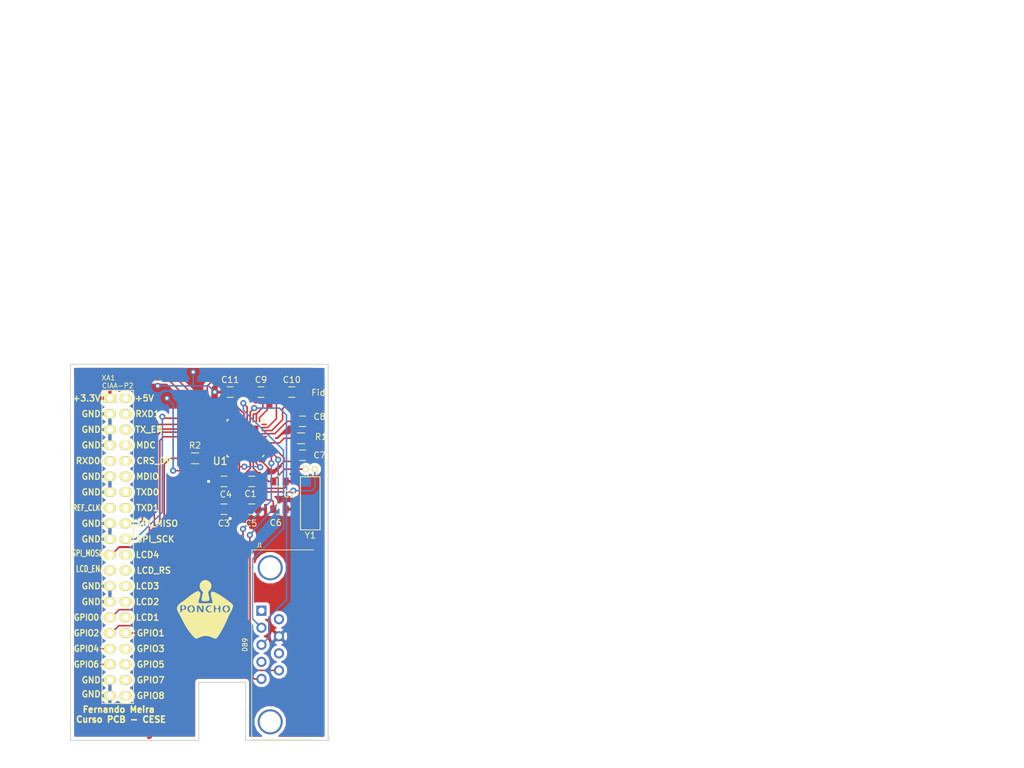
<source format=kicad_pcb>
(kicad_pcb (version 4) (host pcbnew 4.0.5-e0-6337~49~ubuntu14.04.1)

  (general
    (links 66)
    (no_connects 0)
    (area 121.224999 73.924999 163.375001 135.075001)
    (thickness 1.6)
    (drawings 26)
    (tracks 342)
    (zones 0)
    (modules 19)
    (nets 53)
  )

  (page A4)
  (title_block
    (title "Poncho Oximetro de Pulso para EDU-CIAA")
    (date 2016-12-22)
    (rev 1.0)
    (company "Proyecto CIAA - COMPUTADORA INDUSTRIAL ABIERTA ARGENTINA")
    (comment 1 https://github.com/Fermeira/Oximetro_CESE.git)
    (comment 2 "Autores y Licencia del modelo (Diego Brengi - UNLaM)")
    (comment 3 "Autor del poncho (Meira Fernando). Ver directorio \"doc\"")
    (comment 4 "Revisor: Martinez Horacio")
  )

  (layers
    (0 F.Cu signal)
    (31 B.Cu signal)
    (32 B.Adhes user)
    (33 F.Adhes user)
    (34 B.Paste user)
    (35 F.Paste user)
    (36 B.SilkS user)
    (37 F.SilkS user)
    (38 B.Mask user)
    (39 F.Mask user)
    (40 Dwgs.User user)
    (41 Cmts.User user)
    (42 Eco1.User user)
    (43 Eco2.User user)
    (44 Edge.Cuts user)
    (45 Margin user)
    (46 B.CrtYd user)
    (47 F.CrtYd user)
    (48 B.Fab user)
    (49 F.Fab user)
  )

  (setup
    (last_trace_width 0.25)
    (trace_clearance 0.24)
    (zone_clearance 0.508)
    (zone_45_only no)
    (trace_min 0.24)
    (segment_width 0.2)
    (edge_width 0.15)
    (via_size 1)
    (via_drill 0.5)
    (via_min_size 1)
    (via_min_drill 0.5)
    (uvia_size 0.3)
    (uvia_drill 0.1)
    (uvias_allowed no)
    (uvia_min_size 0.2)
    (uvia_min_drill 0.1)
    (pcb_text_width 0.3)
    (pcb_text_size 1.5 1.5)
    (mod_edge_width 0.15)
    (mod_text_size 1 1)
    (mod_text_width 0.15)
    (pad_size 1.524 1.524)
    (pad_drill 0.762)
    (pad_to_mask_clearance 0.2)
    (aux_axis_origin 0 0)
    (visible_elements FFFEFFF7)
    (pcbplotparams
      (layerselection 0x00030_80000001)
      (usegerberextensions false)
      (excludeedgelayer true)
      (linewidth 0.100000)
      (plotframeref false)
      (viasonmask false)
      (mode 1)
      (useauxorigin false)
      (hpglpennumber 1)
      (hpglpenspeed 20)
      (hpglpendiameter 15)
      (hpglpenoverlay 2)
      (psnegative false)
      (psa4output false)
      (plotreference true)
      (plotvalue true)
      (plotinvisibletext false)
      (padsonsilk false)
      (subtractmaskfromsilk false)
      (outputformat 1)
      (mirror false)
      (drillshape 1)
      (scaleselection 1)
      (outputdirectory ""))
  )

  (net 0 "")
  (net 1 "Net-(C1-Pad1)")
  (net 2 GND)
  (net 3 "Net-(C2-Pad1)")
  (net 4 +3V3)
  (net 5 "Net-(C7-Pad1)")
  (net 6 "Net-(C8-Pad1)")
  (net 7 "Net-(C10-Pad1)")
  (net 8 "Net-(J1-Pad1)")
  (net 9 "Net-(J1-Pad2)")
  (net 10 "Net-(J1-Pad3)")
  (net 11 "Net-(J1-Pad4)")
  (net 12 "Net-(J1-Pad5)")
  (net 13 "Net-(J1-Pad6)")
  (net 14 "Net-(J1-Pad8)")
  (net 15 "Net-(J1-Pad9)")
  (net 16 "Net-(R1-Pad1)")
  (net 17 "Net-(R2-Pad1)")
  (net 18 "Net-(U1-Pad5)")
  (net 19 "Net-(U1-Pad6)")
  (net 20 "Net-(U1-Pad10)")
  (net 21 "Net-(U1-Pad20)")
  (net 22 "Net-(U1-Pad21)")
  (net 23 "Net-(U1-Pad22)")
  (net 24 "Net-(U1-Pad23)")
  (net 25 "Net-(U1-Pad24)")
  (net 26 "Net-(U1-Pad25)")
  (net 27 "Net-(U1-Pad26)")
  (net 28 "Net-(U1-Pad27)")
  (net 29 "Net-(U1-Pad28)")
  (net 30 "Net-(U1-Pad30)")
  (net 31 "Net-(U1-Pad34)")
  (net 32 "Net-(U1-Pad35)")
  (net 33 "Net-(XA1-Pad42)")
  (net 34 "Net-(XA1-Pad44)")
  (net 35 "Net-(XA1-Pad46)")
  (net 36 "Net-(XA1-Pad48)")
  (net 37 "Net-(XA1-Pad49)")
  (net 38 "Net-(XA1-Pad50)")
  (net 39 "Net-(XA1-Pad52)")
  (net 40 "Net-(XA1-Pad54)")
  (net 41 "Net-(XA1-Pad55)")
  (net 42 "Net-(XA1-Pad56)")
  (net 43 "Net-(XA1-Pad62)")
  (net 44 "Net-(XA1-Pad63)")
  (net 45 "Net-(XA1-Pad64)")
  (net 46 "Net-(XA1-Pad66)")
  (net 47 "Net-(XA1-Pad68)")
  (net 48 "Net-(XA1-Pad70)")
  (net 49 "Net-(XA1-Pad74)")
  (net 50 "Net-(XA1-Pad76)")
  (net 51 "Net-(XA1-Pad78)")
  (net 52 "Net-(XA1-Pad80)")

  (net_class Default "This is the default net class."
    (clearance 0.24)
    (trace_width 0.25)
    (via_dia 1)
    (via_drill 0.5)
    (uvia_dia 0.3)
    (uvia_drill 0.1)
    (add_net +3V3)
    (add_net GND)
    (add_net "Net-(C1-Pad1)")
    (add_net "Net-(C10-Pad1)")
    (add_net "Net-(C2-Pad1)")
    (add_net "Net-(C7-Pad1)")
    (add_net "Net-(C8-Pad1)")
    (add_net "Net-(J1-Pad1)")
    (add_net "Net-(J1-Pad2)")
    (add_net "Net-(J1-Pad3)")
    (add_net "Net-(J1-Pad4)")
    (add_net "Net-(J1-Pad5)")
    (add_net "Net-(J1-Pad6)")
    (add_net "Net-(J1-Pad8)")
    (add_net "Net-(J1-Pad9)")
    (add_net "Net-(R1-Pad1)")
    (add_net "Net-(R2-Pad1)")
    (add_net "Net-(U1-Pad10)")
    (add_net "Net-(U1-Pad20)")
    (add_net "Net-(U1-Pad21)")
    (add_net "Net-(U1-Pad22)")
    (add_net "Net-(U1-Pad23)")
    (add_net "Net-(U1-Pad24)")
    (add_net "Net-(U1-Pad25)")
    (add_net "Net-(U1-Pad26)")
    (add_net "Net-(U1-Pad27)")
    (add_net "Net-(U1-Pad28)")
    (add_net "Net-(U1-Pad30)")
    (add_net "Net-(U1-Pad34)")
    (add_net "Net-(U1-Pad35)")
    (add_net "Net-(U1-Pad5)")
    (add_net "Net-(U1-Pad6)")
    (add_net "Net-(XA1-Pad42)")
    (add_net "Net-(XA1-Pad44)")
    (add_net "Net-(XA1-Pad46)")
    (add_net "Net-(XA1-Pad48)")
    (add_net "Net-(XA1-Pad49)")
    (add_net "Net-(XA1-Pad50)")
    (add_net "Net-(XA1-Pad52)")
    (add_net "Net-(XA1-Pad54)")
    (add_net "Net-(XA1-Pad55)")
    (add_net "Net-(XA1-Pad56)")
    (add_net "Net-(XA1-Pad62)")
    (add_net "Net-(XA1-Pad63)")
    (add_net "Net-(XA1-Pad64)")
    (add_net "Net-(XA1-Pad66)")
    (add_net "Net-(XA1-Pad68)")
    (add_net "Net-(XA1-Pad70)")
    (add_net "Net-(XA1-Pad74)")
    (add_net "Net-(XA1-Pad76)")
    (add_net "Net-(XA1-Pad78)")
    (add_net "Net-(XA1-Pad80)")
  )

  (module ej2cese:DB9_F_TH placed (layer F.Cu) (tedit 565607B0) (tstamp 584F0D9A)
    (at 153.8 119.5 270)
    (path /584BEF0B)
    (fp_text reference J1 (at -16.165 1.735 360) (layer F.SilkS)
      (effects (font (size 0.7112 0.4572) (thickness 0.1143)))
    )
    (fp_text value DB9 (at 0 4.1 270) (layer F.SilkS)
      (effects (font (size 0.762 0.762) (thickness 0.127)))
    )
    (fp_line (start 15.4 3) (end 15.4 -7) (layer F.SilkS) (width 0.127))
    (fp_line (start 15.4 -9.5) (end 15.4 -7) (layer Dwgs.User) (width 0.127))
    (fp_line (start -15.4 3) (end -15.4 -7) (layer F.SilkS) (width 0.127))
    (fp_line (start -15.4 -9.5) (end -15.4 -7) (layer Dwgs.User) (width 0.127))
    (fp_line (start -15.4 -9.1) (end 15.4 -9.1) (layer Dwgs.User) (width 0.127))
    (fp_arc (start -14.2 -14.3) (end -14.2 -14.5) (angle 90) (layer Dwgs.User) (width 0.127))
    (fp_arc (start -13.8 -14.3) (end -14 -14.3) (angle 90) (layer Dwgs.User) (width 0.127))
    (fp_arc (start -10.8 -14.3) (end -11 -14.3) (angle 90) (layer Dwgs.User) (width 0.127))
    (fp_arc (start -11.2 -14.3) (end -11.2 -14.5) (angle 90) (layer Dwgs.User) (width 0.127))
    (fp_arc (start 11.2 -14.3) (end 11 -14.3) (angle 90) (layer Dwgs.User) (width 0.127))
    (fp_arc (start 10.8 -14.3) (end 10.8 -14.5) (angle 90) (layer Dwgs.User) (width 0.127))
    (fp_arc (start 14.2 -14.3) (end 14 -14.3) (angle 90) (layer Dwgs.User) (width 0.127))
    (fp_arc (start 13.8 -14.3) (end 13.8 -14.5) (angle 90) (layer Dwgs.User) (width 0.127))
    (fp_line (start 10 -14.1) (end 10 -9.5) (layer Dwgs.User) (width 0.127))
    (fp_line (start 15 -14.1) (end 15 -9.5) (layer Dwgs.User) (width 0.127))
    (fp_line (start 10.4 -14.5) (end 14.6 -14.5) (layer Dwgs.User) (width 0.127))
    (fp_line (start -15 -14.1) (end -15 -9.5) (layer Dwgs.User) (width 0.127))
    (fp_line (start -10 -14.1) (end -10 -9.5) (layer Dwgs.User) (width 0.127))
    (fp_line (start -14.6 -14.5) (end -10.4 -14.5) (layer Dwgs.User) (width 0.127))
    (fp_arc (start -14.6 -14.1) (end -15 -14.1) (angle 90) (layer Dwgs.User) (width 0.127))
    (fp_arc (start -10.4 -14.1) (end -10.4 -14.5) (angle 90) (layer Dwgs.User) (width 0.127))
    (fp_arc (start 10.4 -14.1) (end 10 -14.1) (angle 90) (layer Dwgs.User) (width 0.127))
    (fp_arc (start 14.6 -14.1) (end 14.6 -14.5) (angle 90) (layer Dwgs.User) (width 0.127))
    (fp_line (start 14 -14.5) (end 14 -9.5) (layer Dwgs.User) (width 0.127))
    (fp_line (start 11 -14.5) (end 11 -9.5) (layer Dwgs.User) (width 0.127))
    (fp_line (start -11 -14.5) (end -11 -9.5) (layer Dwgs.User) (width 0.127))
    (fp_line (start -14 -14.5) (end -14 -9.5) (layer Dwgs.User) (width 0.127))
    (fp_line (start 7.8 -15.3) (end -7.8 -15.3) (layer Dwgs.User) (width 0.127))
    (fp_line (start 8.2 -14.9) (end 8.2 -9.5) (layer Dwgs.User) (width 0.127))
    (fp_line (start -8.2 -14.9) (end -8.2 -9.5) (layer Dwgs.User) (width 0.127))
    (fp_arc (start -7.8 -14.9) (end -8.2 -14.9) (angle 90) (layer Dwgs.User) (width 0.127))
    (fp_arc (start 7.8 -14.9) (end 7.8 -15.3) (angle 90) (layer Dwgs.User) (width 0.127))
    (fp_line (start 15.4 3) (end -15.4 3) (layer F.SilkS) (width 0.127))
    (fp_line (start -15.4 -9.5) (end 15.4 -9.5) (layer Dwgs.User) (width 0.127))
    (pad 1 thru_hole rect (at -5.5372 1.4224 270) (size 1.651 1.651) (drill 1.016) (layers *.Cu *.Mask)
      (net 8 "Net-(J1-Pad1)"))
    (pad 2 thru_hole circle (at -2.7686 1.4224 270) (size 1.651 1.651) (drill 1.016) (layers *.Cu *.Mask)
      (net 9 "Net-(J1-Pad2)"))
    (pad 3 thru_hole circle (at 0 1.4224 270) (size 1.651 1.651) (drill 1.016) (layers *.Cu *.Mask)
      (net 10 "Net-(J1-Pad3)"))
    (pad 4 thru_hole circle (at 2.7686 1.4224 270) (size 1.651 1.651) (drill 1.016) (layers *.Cu *.Mask)
      (net 11 "Net-(J1-Pad4)"))
    (pad 5 thru_hole circle (at 5.5372 1.4224 270) (size 1.651 1.651) (drill 1.016) (layers *.Cu *.Mask)
      (net 12 "Net-(J1-Pad5)"))
    (pad 6 thru_hole circle (at -4.1529 -1.4224 270) (size 1.651 1.651) (drill 1.016) (layers *.Cu *.Mask)
      (net 13 "Net-(J1-Pad6)"))
    (pad 7 thru_hole circle (at -1.3843 -1.4224 270) (size 1.651 1.651) (drill 1.016) (layers *.Cu *.Mask)
      (net 2 GND))
    (pad 8 thru_hole circle (at 1.3843 -1.4224 270) (size 1.651 1.651) (drill 1.016) (layers *.Cu *.Mask)
      (net 14 "Net-(J1-Pad8)"))
    (pad 9 thru_hole circle (at 4.1529 -1.4224 270) (size 1.651 1.651) (drill 1.016) (layers *.Cu *.Mask)
      (net 15 "Net-(J1-Pad9)"))
    (pad 10 thru_hole circle (at -12.4968 0 270) (size 4.064 4.064) (drill 3.4) (layers *.Cu *.Mask))
    (pad 11 thru_hole circle (at 12.4968 0 270) (size 4.064 4.064) (drill 3.4) (layers *.Cu *.Mask))
    (model ${KIPRJMOD}/TP.3dshapes/db_9f.wrl
      (at (xyz 0 0.28 0))
      (scale (xyz 1 1 1))
      (rotate (xyz 0 0 180))
    )
  )

  (module footprint:Conn_Poncho_Izquierdo placed (layer F.Cu) (tedit 584F0DB7) (tstamp 584F0DFF)
    (at 127.8 79.5)
    (tags "CONN Poncho")
    (path /584AFE47)
    (fp_text reference XA1 (at -0.254 -3.302) (layer F.SilkS)
      (effects (font (size 0.8 0.8) (thickness 0.12)))
    )
    (fp_text value Conn_Poncho2P_2x_20x2 (at 3.175 51.435) (layer F.SilkS) hide
      (effects (font (size 1.016 1.016) (thickness 0.2032)))
    )
    (fp_text user GPIO8 (at 6.604 48.26) (layer F.SilkS)
      (effects (font (size 1 1) (thickness 0.2)))
    )
    (fp_text user GPIO7 (at 6.604 45.72) (layer F.SilkS)
      (effects (font (size 1 1) (thickness 0.2)))
    )
    (fp_text user GPIO5 (at 6.604 43.18) (layer F.SilkS)
      (effects (font (size 1 1) (thickness 0.2)))
    )
    (fp_text user GPIO3 (at 6.604 40.64) (layer F.SilkS)
      (effects (font (size 1 1) (thickness 0.2)))
    )
    (fp_text user GPIO1 (at 6.604 38.1) (layer F.SilkS)
      (effects (font (size 1 1) (thickness 0.2)))
    )
    (fp_text user LCD1 (at 6.096 35.56) (layer F.SilkS)
      (effects (font (size 1 1) (thickness 0.2)))
    )
    (fp_text user LCD2 (at 6.096 33.02) (layer F.SilkS)
      (effects (font (size 1 1) (thickness 0.2)))
    )
    (fp_text user LCD3 (at 6.096 30.48) (layer F.SilkS)
      (effects (font (size 1 1) (thickness 0.2)))
    )
    (fp_text user LCD_RS (at 7.112 27.94) (layer F.SilkS)
      (effects (font (size 1 1) (thickness 0.2)))
    )
    (fp_text user LCD4 (at 6.096 25.4) (layer F.SilkS)
      (effects (font (size 1 1) (thickness 0.2)))
    )
    (fp_text user SPI_SCK (at 7.366 22.86) (layer F.SilkS)
      (effects (font (size 1 1) (thickness 0.2)))
    )
    (fp_text user SPI_MISO (at 7.62 20.32) (layer F.SilkS)
      (effects (font (size 1 1) (thickness 0.2)))
    )
    (fp_text user TXD1 (at 6.096 17.78) (layer F.SilkS)
      (effects (font (size 1 1) (thickness 0.2)))
    )
    (fp_text user TXD0 (at 6.096 15.24) (layer F.SilkS)
      (effects (font (size 1 1) (thickness 0.2)))
    )
    (fp_text user MDIO (at 6.096 12.7) (layer F.SilkS)
      (effects (font (size 1 1) (thickness 0.2)))
    )
    (fp_text user CRS_DV (at 7.112 10.16) (layer F.SilkS)
      (effects (font (size 1 1) (thickness 0.2)))
    )
    (fp_text user MDC (at 5.842 7.62) (layer F.SilkS)
      (effects (font (size 1 1) (thickness 0.2)))
    )
    (fp_text user TX_EN (at 6.35 5.08) (layer F.SilkS)
      (effects (font (size 1 1) (thickness 0.2)))
    )
    (fp_text user RXD1 (at 6.096 2.54) (layer F.SilkS)
      (effects (font (size 1 1) (thickness 0.2)))
    )
    (fp_text user +5V (at 5.588 0) (layer F.SilkS)
      (effects (font (size 1 1) (thickness 0.2)))
    )
    (fp_text user GND (at -3.048 48.006) (layer F.SilkS)
      (effects (font (size 1 1) (thickness 0.2)))
    )
    (fp_text user GND (at -3.048 45.72) (layer F.SilkS)
      (effects (font (size 1 1) (thickness 0.2)))
    )
    (fp_text user GPIO6 (at -3.81 43.18) (layer F.SilkS)
      (effects (font (size 1 0.9) (thickness 0.2)))
    )
    (fp_text user GPIO4 (at -3.81 40.64) (layer F.SilkS)
      (effects (font (size 1 0.9) (thickness 0.2)))
    )
    (fp_text user GPIO2 (at -3.81 38.1) (layer F.SilkS)
      (effects (font (size 1 0.9) (thickness 0.2)))
    )
    (fp_text user GPIO0 (at -3.81 35.56) (layer F.SilkS)
      (effects (font (size 1 0.9) (thickness 0.2)))
    )
    (fp_text user GND (at -3.048 33.02) (layer F.SilkS)
      (effects (font (size 1 1) (thickness 0.2)))
    )
    (fp_text user GND (at -3.048 30.48) (layer F.SilkS)
      (effects (font (size 1 1) (thickness 0.2)))
    )
    (fp_text user LCD_EN (at -3.556 27.686) (layer F.SilkS)
      (effects (font (size 1 0.7) (thickness 0.17)))
    )
    (fp_text user SPI_MOSI (at -3.81 25.146) (layer F.SilkS)
      (effects (font (size 1 0.7) (thickness 0.17)))
    )
    (fp_text user GND (at -3.048 22.86) (layer F.SilkS)
      (effects (font (size 1 1) (thickness 0.2)))
    )
    (fp_text user GND (at -3.048 20.32) (layer F.SilkS)
      (effects (font (size 1 1) (thickness 0.2)))
    )
    (fp_text user REF_CLK (at -3.81 17.78) (layer F.SilkS)
      (effects (font (size 0.9 0.7) (thickness 0.175)))
    )
    (fp_text user GND (at -3.048 15.24) (layer F.SilkS)
      (effects (font (size 1 1) (thickness 0.2)))
    )
    (fp_text user GND (at -3.048 12.7) (layer F.SilkS)
      (effects (font (size 1 1) (thickness 0.2)))
    )
    (fp_text user GND (at -3.048 7.62) (layer F.SilkS)
      (effects (font (size 1 1) (thickness 0.2)))
    )
    (fp_text user RXD0 (at -3.556 10.16) (layer F.SilkS)
      (effects (font (size 1 1) (thickness 0.2)))
    )
    (fp_text user GND (at -3.048 5.08) (layer F.SilkS)
      (effects (font (size 1 1) (thickness 0.2)))
    )
    (fp_text user GND (at -3.048 2.54) (layer F.SilkS)
      (effects (font (size 1 1) (thickness 0.2)))
    )
    (fp_text user +3.3V (at -3.81 0) (layer F.SilkS)
      (effects (font (size 1 1) (thickness 0.2)))
    )
    (fp_text user CIAA-P2 (at 1.27 -2.032) (layer F.SilkS)
      (effects (font (size 0.8 0.8) (thickness 0.12)))
    )
    (fp_line (start -1.27 0) (end -1.27 -1.27) (layer F.SilkS) (width 0.15))
    (fp_line (start -1.27 -1.27) (end 3.81 -1.27) (layer F.SilkS) (width 0.15))
    (fp_line (start 3.81 -1.27) (end 3.81 49.53) (layer F.SilkS) (width 0.15))
    (fp_line (start 3.81 49.53) (end -1.27 49.53) (layer F.SilkS) (width 0.15))
    (fp_line (start -1.27 49.53) (end -1.27 0) (layer F.SilkS) (width 0.15))
    (pad 41 thru_hole rect (at 0 0 270) (size 1.524 2) (drill 1.016) (layers *.Cu *.Mask F.SilkS)
      (net 4 +3V3))
    (pad 42 thru_hole oval (at 2.54 0 270) (size 1.524 2) (drill 1.016) (layers *.Cu *.Mask F.SilkS)
      (net 33 "Net-(XA1-Pad42)"))
    (pad 43 thru_hole oval (at 0 2.54 270) (size 1.524 2) (drill 1.016) (layers *.Cu *.Mask F.SilkS)
      (net 2 GND))
    (pad 44 thru_hole oval (at 2.54 2.54 270) (size 1.524 2) (drill 1.016) (layers *.Cu *.Mask F.SilkS)
      (net 34 "Net-(XA1-Pad44)"))
    (pad 45 thru_hole oval (at 0 5.08 270) (size 1.524 2) (drill 1.016) (layers *.Cu *.Mask F.SilkS)
      (net 2 GND))
    (pad 46 thru_hole oval (at 2.54 5.08 270) (size 1.524 2) (drill 1.016) (layers *.Cu *.Mask F.SilkS)
      (net 35 "Net-(XA1-Pad46)"))
    (pad 47 thru_hole oval (at 0 7.62 270) (size 1.524 2) (drill 1.016) (layers *.Cu *.Mask F.SilkS)
      (net 2 GND))
    (pad 48 thru_hole oval (at 2.54 7.62 270) (size 1.524 2) (drill 1.016) (layers *.Cu *.Mask F.SilkS)
      (net 36 "Net-(XA1-Pad48)"))
    (pad 49 thru_hole oval (at 0 10.16 270) (size 1.524 2) (drill 1.016) (layers *.Cu *.Mask F.SilkS)
      (net 37 "Net-(XA1-Pad49)"))
    (pad 50 thru_hole oval (at 2.54 10.16 270) (size 1.524 2) (drill 1.016) (layers *.Cu *.Mask F.SilkS)
      (net 38 "Net-(XA1-Pad50)"))
    (pad 51 thru_hole oval (at 0 12.7 270) (size 1.524 2) (drill 1.016) (layers *.Cu *.Mask F.SilkS)
      (net 2 GND))
    (pad 52 thru_hole oval (at 2.54 12.7 270) (size 1.524 2) (drill 1.016) (layers *.Cu *.Mask F.SilkS)
      (net 39 "Net-(XA1-Pad52)"))
    (pad 53 thru_hole oval (at 0 15.24 270) (size 1.524 2) (drill 1.016) (layers *.Cu *.Mask F.SilkS)
      (net 2 GND))
    (pad 54 thru_hole oval (at 2.54 15.24 270) (size 1.524 2) (drill 1.016) (layers *.Cu *.Mask F.SilkS)
      (net 40 "Net-(XA1-Pad54)"))
    (pad 55 thru_hole oval (at 0 17.78 270) (size 1.524 2) (drill 1.016) (layers *.Cu *.Mask F.SilkS)
      (net 41 "Net-(XA1-Pad55)"))
    (pad 56 thru_hole oval (at 2.54 17.78 270) (size 1.524 2) (drill 1.016) (layers *.Cu *.Mask F.SilkS)
      (net 42 "Net-(XA1-Pad56)"))
    (pad 57 thru_hole oval (at 0 20.32 270) (size 1.524 2) (drill 1.016) (layers *.Cu *.Mask F.SilkS)
      (net 2 GND))
    (pad 58 thru_hole oval (at 2.54 20.32 270) (size 1.524 2) (drill 1.016) (layers *.Cu *.Mask F.SilkS)
      (net 26 "Net-(U1-Pad25)"))
    (pad 59 thru_hole oval (at 0 22.86 270) (size 1.524 2) (drill 1.016) (layers *.Cu *.Mask F.SilkS)
      (net 2 GND))
    (pad 60 thru_hole oval (at 2.54 22.86 270) (size 1.524 2) (drill 1.016) (layers *.Cu *.Mask F.SilkS)
      (net 25 "Net-(U1-Pad24)"))
    (pad 61 thru_hole oval (at 0 25.4 270) (size 1.524 2) (drill 1.016) (layers *.Cu *.Mask F.SilkS)
      (net 27 "Net-(U1-Pad26)"))
    (pad 62 thru_hole oval (at 2.54 25.4 270) (size 1.524 2) (drill 1.016) (layers *.Cu *.Mask F.SilkS)
      (net 43 "Net-(XA1-Pad62)"))
    (pad 63 thru_hole oval (at 0 27.94 270) (size 1.524 2) (drill 1.016) (layers *.Cu *.Mask F.SilkS)
      (net 44 "Net-(XA1-Pad63)"))
    (pad 64 thru_hole oval (at 2.54 27.94 270) (size 1.524 2) (drill 1.016) (layers *.Cu *.Mask F.SilkS)
      (net 45 "Net-(XA1-Pad64)"))
    (pad 65 thru_hole oval (at 0 30.48 270) (size 1.524 2) (drill 1.016) (layers *.Cu *.Mask F.SilkS)
      (net 2 GND))
    (pad 66 thru_hole oval (at 2.54 30.48 270) (size 1.524 2) (drill 1.016) (layers *.Cu *.Mask F.SilkS)
      (net 46 "Net-(XA1-Pad66)"))
    (pad 67 thru_hole oval (at 0 33.02 270) (size 1.524 2) (drill 1.016) (layers *.Cu *.Mask F.SilkS)
      (net 2 GND))
    (pad 68 thru_hole oval (at 2.54 33.02 270) (size 1.524 2) (drill 1.016) (layers *.Cu *.Mask F.SilkS)
      (net 47 "Net-(XA1-Pad68)"))
    (pad 69 thru_hole oval (at 0 35.56 270) (size 1.524 2) (drill 1.016) (layers *.Cu *.Mask F.SilkS)
      (net 28 "Net-(U1-Pad27)"))
    (pad 70 thru_hole oval (at 2.54 35.56 270) (size 1.524 2) (drill 1.016) (layers *.Cu *.Mask F.SilkS)
      (net 48 "Net-(XA1-Pad70)"))
    (pad 71 thru_hole oval (at 0 38.1 270) (size 1.524 2) (drill 1.016) (layers *.Cu *.Mask F.SilkS)
      (net 29 "Net-(U1-Pad28)"))
    (pad 72 thru_hole oval (at 2.54 38.1 270) (size 1.524 2) (drill 1.016) (layers *.Cu *.Mask F.SilkS)
      (net 17 "Net-(R2-Pad1)"))
    (pad 73 thru_hole oval (at 0 40.64 270) (size 1.524 2) (drill 1.016) (layers *.Cu *.Mask F.SilkS)
      (net 22 "Net-(U1-Pad21)"))
    (pad 74 thru_hole oval (at 2.54 40.64 270) (size 1.524 2) (drill 1.016) (layers *.Cu *.Mask F.SilkS)
      (net 49 "Net-(XA1-Pad74)"))
    (pad 75 thru_hole oval (at 0 43.18 270) (size 1.524 2) (drill 1.016) (layers *.Cu *.Mask F.SilkS)
      (net 21 "Net-(U1-Pad20)"))
    (pad 76 thru_hole oval (at 2.54 43.18 270) (size 1.524 2) (drill 1.016) (layers *.Cu *.Mask F.SilkS)
      (net 50 "Net-(XA1-Pad76)"))
    (pad 77 thru_hole oval (at 0 45.72 270) (size 1.524 2) (drill 1.016) (layers *.Cu *.Mask F.SilkS)
      (net 2 GND))
    (pad 78 thru_hole oval (at 2.54 45.72 270) (size 1.524 2) (drill 1.016) (layers *.Cu *.Mask F.SilkS)
      (net 51 "Net-(XA1-Pad78)"))
    (pad 79 thru_hole oval (at 0 48.26 270) (size 1.524 2) (drill 1.016) (layers *.Cu *.Mask F.SilkS)
      (net 2 GND))
    (pad 80 thru_hole oval (at 2.54 48.26 270) (size 1.524 2) (drill 1.016) (layers *.Cu *.Mask F.SilkS)
      (net 52 "Net-(XA1-Pad80)"))
    (model ${KIPRJMOD}/TP.3dshapes/pin_strip_20x2.wrl
      (at (xyz 0.05 -0.95 -0.05))
      (scale (xyz 1 1 1))
      (rotate (xyz 180 0 90))
    )
  )

  (module Capacitors_SMD:C_0805 placed (layer F.Cu) (tedit 585C66C1) (tstamp 584F0D4F)
    (at 150.8 93)
    (descr "Capacitor SMD 0805, reflow soldering, AVX (see smccp.pdf)")
    (tags "capacitor 0805")
    (path /584BF9A1)
    (attr smd)
    (fp_text reference C1 (at -0.2 2) (layer F.SilkS)
      (effects (font (size 1 1) (thickness 0.15)))
    )
    (fp_text value 10pF (at 0 2.1) (layer F.Fab)
      (effects (font (size 1 1) (thickness 0.15)))
    )
    (fp_line (start -1.8 -1) (end 1.8 -1) (layer F.CrtYd) (width 0.05))
    (fp_line (start -1.8 1) (end 1.8 1) (layer F.CrtYd) (width 0.05))
    (fp_line (start -1.8 -1) (end -1.8 1) (layer F.CrtYd) (width 0.05))
    (fp_line (start 1.8 -1) (end 1.8 1) (layer F.CrtYd) (width 0.05))
    (fp_line (start 0.5 -0.85) (end -0.5 -0.85) (layer F.SilkS) (width 0.15))
    (fp_line (start -0.5 0.85) (end 0.5 0.85) (layer F.SilkS) (width 0.15))
    (pad 1 smd rect (at -1 0) (size 1 1.25) (layers F.Cu F.Paste F.Mask)
      (net 1 "Net-(C1-Pad1)"))
    (pad 2 smd rect (at 1 0) (size 1 1.25) (layers F.Cu F.Paste F.Mask)
      (net 2 GND))
    (model ${KIPRJMOD}/TP.3dshapes/C_0805.wrl
      (at (xyz 0 0 0))
      (scale (xyz 1 1 1))
      (rotate (xyz 0 0 0))
    )
  )

  (module Capacitors_SMD:C_0805 placed (layer F.Cu) (tedit 585C66D2) (tstamp 584F0D55)
    (at 155.3 93)
    (descr "Capacitor SMD 0805, reflow soldering, AVX (see smccp.pdf)")
    (tags "capacitor 0805")
    (path /584BFA1C)
    (attr smd)
    (fp_text reference C2 (at 1.6 2.1) (layer F.SilkS)
      (effects (font (size 1 1) (thickness 0.15)))
    )
    (fp_text value 10pF (at 0 2.1) (layer F.Fab)
      (effects (font (size 1 1) (thickness 0.15)))
    )
    (fp_line (start -1.8 -1) (end 1.8 -1) (layer F.CrtYd) (width 0.05))
    (fp_line (start -1.8 1) (end 1.8 1) (layer F.CrtYd) (width 0.05))
    (fp_line (start -1.8 -1) (end -1.8 1) (layer F.CrtYd) (width 0.05))
    (fp_line (start 1.8 -1) (end 1.8 1) (layer F.CrtYd) (width 0.05))
    (fp_line (start 0.5 -0.85) (end -0.5 -0.85) (layer F.SilkS) (width 0.15))
    (fp_line (start -0.5 0.85) (end 0.5 0.85) (layer F.SilkS) (width 0.15))
    (pad 1 smd rect (at -1 0) (size 1 1.25) (layers F.Cu F.Paste F.Mask)
      (net 3 "Net-(C2-Pad1)"))
    (pad 2 smd rect (at 1 0) (size 1 1.25) (layers F.Cu F.Paste F.Mask)
      (net 2 GND))
    (model ${KIPRJMOD}/TP.3dshapes/C_0805.wrl
      (at (xyz 0 0 0))
      (scale (xyz 1 1 1))
      (rotate (xyz 0 0 0))
    )
  )

  (module Capacitors_SMD:C_0805 placed (layer F.Cu) (tedit 585C66B7) (tstamp 584F0D5B)
    (at 146.3 97.5)
    (descr "Capacitor SMD 0805, reflow soldering, AVX (see smccp.pdf)")
    (tags "capacitor 0805")
    (path /584BF1D7)
    (attr smd)
    (fp_text reference C3 (at 0 2.3) (layer F.SilkS)
      (effects (font (size 1 1) (thickness 0.15)))
    )
    (fp_text value 0.01uF (at 0 2.1) (layer F.Fab)
      (effects (font (size 1 1) (thickness 0.15)))
    )
    (fp_line (start -1.8 -1) (end 1.8 -1) (layer F.CrtYd) (width 0.05))
    (fp_line (start -1.8 1) (end 1.8 1) (layer F.CrtYd) (width 0.05))
    (fp_line (start -1.8 -1) (end -1.8 1) (layer F.CrtYd) (width 0.05))
    (fp_line (start 1.8 -1) (end 1.8 1) (layer F.CrtYd) (width 0.05))
    (fp_line (start 0.5 -0.85) (end -0.5 -0.85) (layer F.SilkS) (width 0.15))
    (fp_line (start -0.5 0.85) (end 0.5 0.85) (layer F.SilkS) (width 0.15))
    (pad 1 smd rect (at -1 0) (size 1 1.25) (layers F.Cu F.Paste F.Mask)
      (net 4 +3V3))
    (pad 2 smd rect (at 1 0) (size 1 1.25) (layers F.Cu F.Paste F.Mask)
      (net 2 GND))
    (model Capacitors_SMD.3dshapes/C_0805.wrl
      (at (xyz 0 0 0))
      (scale (xyz 1 1 1))
      (rotate (xyz 0 0 0))
    )
  )

  (module Capacitors_SMD:C_0805 placed (layer F.Cu) (tedit 585C66C5) (tstamp 584F0D61)
    (at 146.3 93)
    (descr "Capacitor SMD 0805, reflow soldering, AVX (see smccp.pdf)")
    (tags "capacitor 0805")
    (path /584C0025)
    (attr smd)
    (fp_text reference C4 (at 0.3 2.1) (layer F.SilkS)
      (effects (font (size 1 1) (thickness 0.15)))
    )
    (fp_text value 100nF (at 0 2.1) (layer F.Fab)
      (effects (font (size 1 1) (thickness 0.15)))
    )
    (fp_line (start -1.8 -1) (end 1.8 -1) (layer F.CrtYd) (width 0.05))
    (fp_line (start -1.8 1) (end 1.8 1) (layer F.CrtYd) (width 0.05))
    (fp_line (start -1.8 -1) (end -1.8 1) (layer F.CrtYd) (width 0.05))
    (fp_line (start 1.8 -1) (end 1.8 1) (layer F.CrtYd) (width 0.05))
    (fp_line (start 0.5 -0.85) (end -0.5 -0.85) (layer F.SilkS) (width 0.15))
    (fp_line (start -0.5 0.85) (end 0.5 0.85) (layer F.SilkS) (width 0.15))
    (pad 1 smd rect (at -1 0) (size 1 1.25) (layers F.Cu F.Paste F.Mask)
      (net 2 GND))
    (pad 2 smd rect (at 1 0) (size 1 1.25) (layers F.Cu F.Paste F.Mask)
      (net 4 +3V3))
    (model ${KIPRJMOD}/TP.3dshapes/C_0805.wrl
      (at (xyz 0 0 0))
      (scale (xyz 1 1 1))
      (rotate (xyz 0 0 0))
    )
  )

  (module Capacitors_SMD:C_0805 placed (layer F.Cu) (tedit 585C66BB) (tstamp 584F0D67)
    (at 150.8 97.5)
    (descr "Capacitor SMD 0805, reflow soldering, AVX (see smccp.pdf)")
    (tags "capacitor 0805")
    (path /584BF22E)
    (attr smd)
    (fp_text reference C5 (at -0.1 2.3) (layer F.SilkS)
      (effects (font (size 1 1) (thickness 0.15)))
    )
    (fp_text value 0.01uF (at 0 2.1) (layer F.Fab)
      (effects (font (size 1 1) (thickness 0.15)))
    )
    (fp_line (start -1.8 -1) (end 1.8 -1) (layer F.CrtYd) (width 0.05))
    (fp_line (start -1.8 1) (end 1.8 1) (layer F.CrtYd) (width 0.05))
    (fp_line (start -1.8 -1) (end -1.8 1) (layer F.CrtYd) (width 0.05))
    (fp_line (start 1.8 -1) (end 1.8 1) (layer F.CrtYd) (width 0.05))
    (fp_line (start 0.5 -0.85) (end -0.5 -0.85) (layer F.SilkS) (width 0.15))
    (fp_line (start -0.5 0.85) (end 0.5 0.85) (layer F.SilkS) (width 0.15))
    (pad 1 smd rect (at -1 0) (size 1 1.25) (layers F.Cu F.Paste F.Mask)
      (net 4 +3V3))
    (pad 2 smd rect (at 1 0) (size 1 1.25) (layers F.Cu F.Paste F.Mask)
      (net 2 GND))
    (model Capacitors_SMD.3dshapes/C_0805.wrl
      (at (xyz 0 0 0))
      (scale (xyz 1 1 1))
      (rotate (xyz 0 0 0))
    )
  )

  (module Capacitors_SMD:C_0805 placed (layer F.Cu) (tedit 585C66BE) (tstamp 584F0D6D)
    (at 155.3 97.5)
    (descr "Capacitor SMD 0805, reflow soldering, AVX (see smccp.pdf)")
    (tags "capacitor 0805")
    (path /584BF282)
    (attr smd)
    (fp_text reference C6 (at -0.6 2.2) (layer F.SilkS)
      (effects (font (size 1 1) (thickness 0.15)))
    )
    (fp_text value 0.01uF (at 0 2.1) (layer F.Fab)
      (effects (font (size 1 1) (thickness 0.15)))
    )
    (fp_line (start -1.8 -1) (end 1.8 -1) (layer F.CrtYd) (width 0.05))
    (fp_line (start -1.8 1) (end 1.8 1) (layer F.CrtYd) (width 0.05))
    (fp_line (start -1.8 -1) (end -1.8 1) (layer F.CrtYd) (width 0.05))
    (fp_line (start 1.8 -1) (end 1.8 1) (layer F.CrtYd) (width 0.05))
    (fp_line (start 0.5 -0.85) (end -0.5 -0.85) (layer F.SilkS) (width 0.15))
    (fp_line (start -0.5 0.85) (end 0.5 0.85) (layer F.SilkS) (width 0.15))
    (pad 1 smd rect (at -1 0) (size 1 1.25) (layers F.Cu F.Paste F.Mask)
      (net 4 +3V3))
    (pad 2 smd rect (at 1 0) (size 1 1.25) (layers F.Cu F.Paste F.Mask)
      (net 2 GND))
    (model Capacitors_SMD.3dshapes/C_0805.wrl
      (at (xyz 0 0 0))
      (scale (xyz 1 1 1))
      (rotate (xyz 0 0 0))
    )
  )

  (module Capacitors_SMD:C_0805 placed (layer F.Cu) (tedit 584F4200) (tstamp 584F0D73)
    (at 159.05 88.75)
    (descr "Capacitor SMD 0805, reflow soldering, AVX (see smccp.pdf)")
    (tags "capacitor 0805")
    (path /584BED71)
    (attr smd)
    (fp_text reference C7 (at 2.75 0) (layer F.SilkS)
      (effects (font (size 1 1) (thickness 0.15)))
    )
    (fp_text value 0.01uF (at 0 2.1) (layer F.Fab)
      (effects (font (size 1 1) (thickness 0.15)))
    )
    (fp_line (start -1.8 -1) (end 1.8 -1) (layer F.CrtYd) (width 0.05))
    (fp_line (start -1.8 1) (end 1.8 1) (layer F.CrtYd) (width 0.05))
    (fp_line (start -1.8 -1) (end -1.8 1) (layer F.CrtYd) (width 0.05))
    (fp_line (start 1.8 -1) (end 1.8 1) (layer F.CrtYd) (width 0.05))
    (fp_line (start 0.5 -0.85) (end -0.5 -0.85) (layer F.SilkS) (width 0.15))
    (fp_line (start -0.5 0.85) (end 0.5 0.85) (layer F.SilkS) (width 0.15))
    (pad 1 smd rect (at -1 0) (size 1 1.25) (layers F.Cu F.Paste F.Mask)
      (net 5 "Net-(C7-Pad1)"))
    (pad 2 smd rect (at 1 0) (size 1 1.25) (layers F.Cu F.Paste F.Mask)
      (net 2 GND))
    (model ${KIPRJMOD}/TP.3dshapes/C_0805.wrl
      (at (xyz 0 0 0))
      (scale (xyz 1 1 1))
      (rotate (xyz 0 0 0))
    )
  )

  (module Capacitors_SMD:C_0805 placed (layer F.Cu) (tedit 584F420A) (tstamp 584F0D79)
    (at 159.05 83.25)
    (descr "Capacitor SMD 0805, reflow soldering, AVX (see smccp.pdf)")
    (tags "capacitor 0805")
    (path /584C089E)
    (attr smd)
    (fp_text reference C8 (at 2.75 -0.75) (layer F.SilkS)
      (effects (font (size 1 1) (thickness 0.15)))
    )
    (fp_text value 2.2uF (at 0 2.1) (layer F.Fab)
      (effects (font (size 1 1) (thickness 0.15)))
    )
    (fp_line (start -1.8 -1) (end 1.8 -1) (layer F.CrtYd) (width 0.05))
    (fp_line (start -1.8 1) (end 1.8 1) (layer F.CrtYd) (width 0.05))
    (fp_line (start -1.8 -1) (end -1.8 1) (layer F.CrtYd) (width 0.05))
    (fp_line (start 1.8 -1) (end 1.8 1) (layer F.CrtYd) (width 0.05))
    (fp_line (start 0.5 -0.85) (end -0.5 -0.85) (layer F.SilkS) (width 0.15))
    (fp_line (start -0.5 0.85) (end 0.5 0.85) (layer F.SilkS) (width 0.15))
    (pad 1 smd rect (at -1 0) (size 1 1.25) (layers F.Cu F.Paste F.Mask)
      (net 6 "Net-(C8-Pad1)"))
    (pad 2 smd rect (at 1 0) (size 1 1.25) (layers F.Cu F.Paste F.Mask)
      (net 2 GND))
    (model ${KIPRJMOD}/TP.3dshapes/C_0805.wrl
      (at (xyz 0 0 0))
      (scale (xyz 1 1 1))
      (rotate (xyz 0 0 0))
    )
  )

  (module Capacitors_SMD:C_0805 placed (layer F.Cu) (tedit 584F421C) (tstamp 584F0D7F)
    (at 152.3 78.5)
    (descr "Capacitor SMD 0805, reflow soldering, AVX (see smccp.pdf)")
    (tags "capacitor 0805")
    (path /584C1331)
    (attr smd)
    (fp_text reference C9 (at 0 -2) (layer F.SilkS)
      (effects (font (size 1 1) (thickness 0.15)))
    )
    (fp_text value 100nF (at 0 2.1) (layer F.Fab)
      (effects (font (size 1 1) (thickness 0.15)))
    )
    (fp_line (start -1.8 -1) (end 1.8 -1) (layer F.CrtYd) (width 0.05))
    (fp_line (start -1.8 1) (end 1.8 1) (layer F.CrtYd) (width 0.05))
    (fp_line (start -1.8 -1) (end -1.8 1) (layer F.CrtYd) (width 0.05))
    (fp_line (start 1.8 -1) (end 1.8 1) (layer F.CrtYd) (width 0.05))
    (fp_line (start 0.5 -0.85) (end -0.5 -0.85) (layer F.SilkS) (width 0.15))
    (fp_line (start -0.5 0.85) (end 0.5 0.85) (layer F.SilkS) (width 0.15))
    (pad 1 smd rect (at -1 0) (size 1 1.25) (layers F.Cu F.Paste F.Mask)
      (net 4 +3V3))
    (pad 2 smd rect (at 1 0) (size 1 1.25) (layers F.Cu F.Paste F.Mask)
      (net 2 GND))
    (model ${KIPRJMOD}/TP.3dshapes/C_0805.wrl
      (at (xyz 0 0 0))
      (scale (xyz 1 1 1))
      (rotate (xyz 0 0 0))
    )
  )

  (module Capacitors_SMD:C_0805 placed (layer F.Cu) (tedit 584F4220) (tstamp 584F0D85)
    (at 157.3 78.5)
    (descr "Capacitor SMD 0805, reflow soldering, AVX (see smccp.pdf)")
    (tags "capacitor 0805")
    (path /584C0EFD)
    (attr smd)
    (fp_text reference C10 (at 0 -2) (layer F.SilkS)
      (effects (font (size 1 1) (thickness 0.15)))
    )
    (fp_text value 2.2uF (at 0 2.1) (layer F.Fab)
      (effects (font (size 1 1) (thickness 0.15)))
    )
    (fp_line (start -1.8 -1) (end 1.8 -1) (layer F.CrtYd) (width 0.05))
    (fp_line (start -1.8 1) (end 1.8 1) (layer F.CrtYd) (width 0.05))
    (fp_line (start -1.8 -1) (end -1.8 1) (layer F.CrtYd) (width 0.05))
    (fp_line (start 1.8 -1) (end 1.8 1) (layer F.CrtYd) (width 0.05))
    (fp_line (start 0.5 -0.85) (end -0.5 -0.85) (layer F.SilkS) (width 0.15))
    (fp_line (start -0.5 0.85) (end 0.5 0.85) (layer F.SilkS) (width 0.15))
    (pad 1 smd rect (at -1 0) (size 1 1.25) (layers F.Cu F.Paste F.Mask)
      (net 7 "Net-(C10-Pad1)"))
    (pad 2 smd rect (at 1 0) (size 1 1.25) (layers F.Cu F.Paste F.Mask)
      (net 2 GND))
    (model ${KIPRJMOD}/TP.3dshapes/C_0805.wrl
      (at (xyz 0 0 0))
      (scale (xyz 1 1 1))
      (rotate (xyz 0 0 0))
    )
  )

  (module Capacitors_SMD:C_0805 placed (layer F.Cu) (tedit 584F4219) (tstamp 584F0D8B)
    (at 147.3 78.5 180)
    (descr "Capacitor SMD 0805, reflow soldering, AVX (see smccp.pdf)")
    (tags "capacitor 0805")
    (path /584C2A88)
    (attr smd)
    (fp_text reference C11 (at 0 2 180) (layer F.SilkS)
      (effects (font (size 1 1) (thickness 0.15)))
    )
    (fp_text value 1uF (at 0 2.1 180) (layer F.Fab)
      (effects (font (size 1 1) (thickness 0.15)))
    )
    (fp_line (start -1.8 -1) (end 1.8 -1) (layer F.CrtYd) (width 0.05))
    (fp_line (start -1.8 1) (end 1.8 1) (layer F.CrtYd) (width 0.05))
    (fp_line (start -1.8 -1) (end -1.8 1) (layer F.CrtYd) (width 0.05))
    (fp_line (start 1.8 -1) (end 1.8 1) (layer F.CrtYd) (width 0.05))
    (fp_line (start 0.5 -0.85) (end -0.5 -0.85) (layer F.SilkS) (width 0.15))
    (fp_line (start -0.5 0.85) (end 0.5 0.85) (layer F.SilkS) (width 0.15))
    (pad 1 smd rect (at -1 0 180) (size 1 1.25) (layers F.Cu F.Paste F.Mask)
      (net 2 GND))
    (pad 2 smd rect (at 1 0 180) (size 1 1.25) (layers F.Cu F.Paste F.Mask)
      (net 4 +3V3))
    (model ${KIPRJMOD}/TP.3dshapes/C_0805.wrl
      (at (xyz 0 0 0))
      (scale (xyz 1 1 1))
      (rotate (xyz 0 0 0))
    )
  )

  (module Resistors_SMD:R_0805 placed (layer F.Cu) (tedit 584F420E) (tstamp 584F0DA0)
    (at 158.8 86)
    (descr "Resistor SMD 0805, reflow soldering, Vishay (see dcrcw.pdf)")
    (tags "resistor 0805")
    (path /584BEB13)
    (attr smd)
    (fp_text reference R1 (at 3.25 -0.25) (layer F.SilkS)
      (effects (font (size 1 1) (thickness 0.15)))
    )
    (fp_text value 1K (at 0 2.1) (layer F.Fab)
      (effects (font (size 1 1) (thickness 0.15)))
    )
    (fp_line (start -1.6 -1) (end 1.6 -1) (layer F.CrtYd) (width 0.05))
    (fp_line (start -1.6 1) (end 1.6 1) (layer F.CrtYd) (width 0.05))
    (fp_line (start -1.6 -1) (end -1.6 1) (layer F.CrtYd) (width 0.05))
    (fp_line (start 1.6 -1) (end 1.6 1) (layer F.CrtYd) (width 0.05))
    (fp_line (start 0.6 0.875) (end -0.6 0.875) (layer F.SilkS) (width 0.15))
    (fp_line (start -0.6 -0.875) (end 0.6 -0.875) (layer F.SilkS) (width 0.15))
    (pad 1 smd rect (at -0.95 0) (size 0.7 1.3) (layers F.Cu F.Paste F.Mask)
      (net 16 "Net-(R1-Pad1)"))
    (pad 2 smd rect (at 0.95 0) (size 0.7 1.3) (layers F.Cu F.Paste F.Mask)
      (net 5 "Net-(C7-Pad1)"))
    (model ${KIPRJMOD}/TP.3dshapes/R_0805.wrl
      (at (xyz 0 0 0))
      (scale (xyz 1 1 1))
      (rotate (xyz 0 0 0))
    )
  )

  (module Resistors_SMD:R_0805 placed (layer F.Cu) (tedit 5415CDEB) (tstamp 584F0DA6)
    (at 141.6 89.25)
    (descr "Resistor SMD 0805, reflow soldering, Vishay (see dcrcw.pdf)")
    (tags "resistor 0805")
    (path /584C3110)
    (attr smd)
    (fp_text reference R2 (at 0 -2.1) (layer F.SilkS)
      (effects (font (size 1 1) (thickness 0.15)))
    )
    (fp_text value 10K (at 0 2.1) (layer F.Fab)
      (effects (font (size 1 1) (thickness 0.15)))
    )
    (fp_line (start -1.6 -1) (end 1.6 -1) (layer F.CrtYd) (width 0.05))
    (fp_line (start -1.6 1) (end 1.6 1) (layer F.CrtYd) (width 0.05))
    (fp_line (start -1.6 -1) (end -1.6 1) (layer F.CrtYd) (width 0.05))
    (fp_line (start 1.6 -1) (end 1.6 1) (layer F.CrtYd) (width 0.05))
    (fp_line (start 0.6 0.875) (end -0.6 0.875) (layer F.SilkS) (width 0.15))
    (fp_line (start -0.6 -0.875) (end 0.6 -0.875) (layer F.SilkS) (width 0.15))
    (pad 1 smd rect (at -0.95 0) (size 0.7 1.3) (layers F.Cu F.Paste F.Mask)
      (net 17 "Net-(R2-Pad1)"))
    (pad 2 smd rect (at 0.95 0) (size 0.7 1.3) (layers F.Cu F.Paste F.Mask)
      (net 4 +3V3))
    (model ${KIPRJMOD}/TP.3dshapes/R_0805.wrl
      (at (xyz 0 0 0))
      (scale (xyz 1 1 1))
      (rotate (xyz 0 0 0))
    )
  )

  (module Anastasia:QFN40 placed (layer F.Cu) (tedit 585C66D6) (tstamp 584F0DD3)
    (at 149.8 86 180)
    (path /584AFC59)
    (fp_text reference U1 (at 4.1 -3.7 180) (layer F.SilkS)
      (effects (font (size 1.2 1.2) (thickness 0.2)))
    )
    (fp_text value AFE4490 (at 0 -4.665 180) (layer F.SilkS) hide
      (effects (font (size 1.2 1.2) (thickness 0.2)))
    )
    (fp_line (start -3 -2.75) (end -2.75 -3) (layer F.SilkS) (width 0.2))
    (fp_line (start 2.75 -3) (end 3 -3) (layer F.SilkS) (width 0.2))
    (fp_line (start 3 -3) (end 3 -2.75) (layer F.SilkS) (width 0.2))
    (fp_line (start -2.75 3) (end -3 3) (layer F.SilkS) (width 0.2))
    (fp_line (start -3 3) (end -3 2.75) (layer F.SilkS) (width 0.2))
    (fp_line (start 2.75 3) (end 3 3) (layer F.SilkS) (width 0.2))
    (fp_line (start 3 3) (end 3 2.75) (layer F.SilkS) (width 0.2))
    (pad 1 smd oval (at -3.015 -2.25 180) (size 0.9 0.25) (layers F.Cu F.Paste F.Mask)
      (net 12 "Net-(J1-Pad5)"))
    (pad 2 smd oval (at -3.015 -1.75 180) (size 0.9 0.25) (layers F.Cu F.Paste F.Mask)
      (net 15 "Net-(J1-Pad9)"))
    (pad 3 smd oval (at -3.015 -1.25 180) (size 0.9 0.25) (layers F.Cu F.Paste F.Mask)
      (net 2 GND))
    (pad 4 smd oval (at -3.015 -0.75 180) (size 0.9 0.25) (layers F.Cu F.Paste F.Mask)
      (net 16 "Net-(R1-Pad1)"))
    (pad 5 smd oval (at -3.015 -0.25 180) (size 0.9 0.25) (layers F.Cu F.Paste F.Mask)
      (net 18 "Net-(U1-Pad5)"))
    (pad 6 smd oval (at -3.015 0.25 180) (size 0.9 0.25) (layers F.Cu F.Paste F.Mask)
      (net 19 "Net-(U1-Pad6)"))
    (pad 7 smd oval (at -3.015 0.75 180) (size 0.9 0.25) (layers F.Cu F.Paste F.Mask)
      (net 6 "Net-(C8-Pad1)"))
    (pad 8 smd oval (at -3.015 1.25 180) (size 0.9 0.25) (layers F.Cu F.Paste F.Mask)
      (net 2 GND))
    (pad 9 smd oval (at -3.015 1.75 180) (size 0.9 0.25) (layers F.Cu F.Paste F.Mask)
      (net 7 "Net-(C10-Pad1)"))
    (pad 10 smd oval (at -3.015 2.25 180) (size 0.9 0.25) (layers F.Cu F.Paste F.Mask)
      (net 20 "Net-(U1-Pad10)"))
    (pad 11 smd oval (at -2.25 3.015 180) (size 0.25 0.9) (layers F.Cu F.Paste F.Mask)
      (net 4 +3V3))
    (pad 12 smd oval (at -1.75 3.015 180) (size 0.25 0.9) (layers F.Cu F.Paste F.Mask)
      (net 2 GND))
    (pad 13 smd oval (at -1.25 3.015 180) (size 0.25 0.9) (layers F.Cu F.Paste F.Mask)
      (net 2 GND))
    (pad 14 smd oval (at -0.75 3.015 180) (size 0.25 0.9) (layers F.Cu F.Paste F.Mask)
      (net 10 "Net-(J1-Pad3)"))
    (pad 15 smd oval (at -0.25 3.015 180) (size 0.25 0.9) (layers F.Cu F.Paste F.Mask)
      (net 9 "Net-(J1-Pad2)"))
    (pad 16 smd oval (at 0.25 3.015 180) (size 0.25 0.9) (layers F.Cu F.Paste F.Mask)
      (net 2 GND))
    (pad 17 smd oval (at 0.75 3.015 180) (size 0.25 0.9) (layers F.Cu F.Paste F.Mask)
      (net 4 +3V3))
    (pad 18 smd oval (at 1.25 3.015 180) (size 0.25 0.9) (layers F.Cu F.Paste F.Mask)
      (net 4 +3V3))
    (pad 19 smd oval (at 1.75 3.015 180) (size 0.25 0.9) (layers F.Cu F.Paste F.Mask)
      (net 2 GND))
    (pad 20 smd oval (at 2.25 3.015 180) (size 0.25 0.9) (layers F.Cu F.Paste F.Mask)
      (net 21 "Net-(U1-Pad20)"))
    (pad 21 smd oval (at 3.015 2.25 180) (size 0.9 0.25) (layers F.Cu F.Paste F.Mask)
      (net 22 "Net-(U1-Pad21)"))
    (pad 22 smd oval (at 3.015 1.75 180) (size 0.9 0.25) (layers F.Cu F.Paste F.Mask)
      (net 23 "Net-(U1-Pad22)"))
    (pad 23 smd oval (at 3.015 1.25 180) (size 0.9 0.25) (layers F.Cu F.Paste F.Mask)
      (net 24 "Net-(U1-Pad23)"))
    (pad 24 smd oval (at 3.015 0.75 180) (size 0.9 0.25) (layers F.Cu F.Paste F.Mask)
      (net 25 "Net-(U1-Pad24)"))
    (pad 25 smd oval (at 3.015 0.25 180) (size 0.9 0.25) (layers F.Cu F.Paste F.Mask)
      (net 26 "Net-(U1-Pad25)"))
    (pad 26 smd oval (at 3.015 -0.25 180) (size 0.9 0.25) (layers F.Cu F.Paste F.Mask)
      (net 27 "Net-(U1-Pad26)"))
    (pad 27 smd oval (at 3.015 -0.75 180) (size 0.9 0.25) (layers F.Cu F.Paste F.Mask)
      (net 28 "Net-(U1-Pad27)"))
    (pad 28 smd oval (at 3.015 -1.25 180) (size 0.9 0.25) (layers F.Cu F.Paste F.Mask)
      (net 29 "Net-(U1-Pad28)"))
    (pad 29 smd oval (at 3.015 -1.75 180) (size 0.9 0.25) (layers F.Cu F.Paste F.Mask)
      (net 17 "Net-(R2-Pad1)"))
    (pad 30 smd oval (at 3.015 -2.25 180) (size 0.9 0.25) (layers F.Cu F.Paste F.Mask)
      (net 30 "Net-(U1-Pad30)"))
    (pad 31 smd oval (at 2.25 -3.015 180) (size 0.25 0.9) (layers F.Cu F.Paste F.Mask)
      (net 4 +3V3))
    (pad 32 smd oval (at 1.75 -3.015 180) (size 0.25 0.9) (layers F.Cu F.Paste F.Mask)
      (net 2 GND))
    (pad 33 smd oval (at 1.25 -3.015 180) (size 0.25 0.9) (layers F.Cu F.Paste F.Mask)
      (net 4 +3V3))
    (pad 34 smd oval (at 0.75 -3.015 180) (size 0.25 0.9) (layers F.Cu F.Paste F.Mask)
      (net 31 "Net-(U1-Pad34)"))
    (pad 35 smd oval (at 0.25 -3.015 180) (size 0.25 0.9) (layers F.Cu F.Paste F.Mask)
      (net 32 "Net-(U1-Pad35)"))
    (pad 36 smd oval (at -0.25 -3.015 180) (size 0.25 0.9) (layers F.Cu F.Paste F.Mask)
      (net 2 GND))
    (pad 37 smd oval (at -0.75 -3.015 180) (size 0.25 0.9) (layers F.Cu F.Paste F.Mask)
      (net 1 "Net-(C1-Pad1)"))
    (pad 38 smd oval (at -1.25 -3.015 180) (size 0.25 0.9) (layers F.Cu F.Paste F.Mask)
      (net 3 "Net-(C2-Pad1)"))
    (pad 39 smd oval (at -1.75 -3.015 180) (size 0.25 0.9) (layers F.Cu F.Paste F.Mask)
      (net 4 +3V3))
    (pad 40 smd oval (at -2.25 -3.015 180) (size 0.25 0.9) (layers F.Cu F.Paste F.Mask)
      (net 2 GND))
    (pad 41 smd rect (at 0 0 180) (size 4.15 4.15) (layers F.Cu F.Paste F.Mask)
      (net 2 GND))
    (model ${KIPRJMOD}/TP.3dshapes/s-pvqfn-n40.wrl
      (at (xyz 0 0 0))
      (scale (xyz 1 1 1))
      (rotate (xyz 0 0 90))
    )
  )

  (module Crystals:Crystal_Round_Horizontal_3mm placed (layer F.Cu) (tedit 584F41F7) (tstamp 584F0E05)
    (at 160.3 91 180)
    (descr "Crystal, Quarz, Rundgehaeuse, round, horizontal, liegend, Uhrenquarz, Diam. 3mm,")
    (tags "Crystal Quarz Rundgehaeuse round horizontal liegend Uhrenquarz Diam. 3mm")
    (path /584BF806)
    (fp_text reference Y1 (at 0 -10.75 180) (layer F.SilkS)
      (effects (font (size 1 1) (thickness 0.15)))
    )
    (fp_text value 8MHz (at -0.24892 2.75082 180) (layer F.Fab)
      (effects (font (size 1 1) (thickness 0.15)))
    )
    (fp_line (start 1.6002 -1.24968) (end 1.6002 -9.85012) (layer F.SilkS) (width 0.15))
    (fp_line (start 1.6002 -9.85012) (end -1.6002 -9.85012) (layer F.SilkS) (width 0.15))
    (fp_line (start -1.6002 -9.85012) (end -1.6002 -1.24968) (layer F.SilkS) (width 0.15))
    (fp_line (start -0.8509 -1.24968) (end -1.6002 -1.24968) (layer F.SilkS) (width 0.15))
    (fp_line (start 0.89916 -1.24968) (end 1.6002 -1.24968) (layer F.SilkS) (width 0.15))
    (fp_line (start -0.29972 -1.24968) (end -0.39878 -0.94996) (layer F.SilkS) (width 0.15))
    (fp_line (start 0.29972 -1.24968) (end 0.39878 -0.94996) (layer F.SilkS) (width 0.15))
    (fp_line (start 0.89916 -1.24968) (end -0.89916 -1.24968) (layer F.SilkS) (width 0.15))
    (pad 1 thru_hole circle (at -0.7493 0 180) (size 1.00076 1.00076) (drill 0.59944) (layers *.Cu *.Mask F.SilkS)
      (net 1 "Net-(C1-Pad1)"))
    (pad 2 thru_hole circle (at 0.7493 0 180) (size 1.00076 1.00076) (drill 0.59944) (layers *.Cu *.Mask F.SilkS)
      (net 3 "Net-(C2-Pad1)"))
    (model ${KIPRJMOD}/TP.3dshapes/crystal_tc-38_horiz.wrl
      (at (xyz 0 0.175 0))
      (scale (xyz 1 1 1))
      (rotate (xyz 0 0 180))
    )
  )

  (module footprint:Logo_Poncho (layer F.Cu) (tedit 585C9A2A) (tstamp 584F4013)
    (at 143.2 113.8)
    (fp_text reference "Oximetro " (at 0.127 5.588) (layer F.SilkS) hide
      (effects (font (thickness 0.3)))
    )
    (fp_text value LOGO (at 0.762 7.493) (layer F.SilkS) hide
      (effects (font (thickness 0.3)))
    )
    (fp_poly (pts (xy 4.535714 -0.627021) (xy 4.498746 -0.420109) (xy 4.405012 -0.1352) (xy 4.280272 0.162897)
      (xy 4.150281 0.409374) (xy 4.123376 0.447413) (xy 4.123376 -0.123701) (xy 4.058326 -0.436938)
      (xy 3.869112 -0.644378) (xy 3.564639 -0.737671) (xy 3.463636 -0.742208) (xy 3.129516 -0.681223)
      (xy 2.908248 -0.503835) (xy 2.808734 -0.218392) (xy 2.803896 -0.123701) (xy 2.868946 0.189536)
      (xy 3.058159 0.396975) (xy 3.362633 0.490269) (xy 3.463636 0.494805) (xy 3.797606 0.436492)
      (xy 3.958441 0.32987) (xy 4.092315 0.09203) (xy 4.123376 -0.123701) (xy 4.123376 0.447413)
      (xy 4.089856 0.494805) (xy 4.013749 0.621925) (xy 3.89522 0.861365) (xy 3.753792 1.172585)
      (xy 3.672876 1.360714) (xy 3.421635 1.929272) (xy 3.149718 2.496808) (xy 2.869494 3.041693)
      (xy 2.593334 3.542296) (xy 2.556493 3.603955) (xy 2.556493 -0.123701) (xy 2.552598 -0.439936)
      (xy 2.534834 -0.625484) (xy 2.494089 -0.714524) (xy 2.421247 -0.741238) (xy 2.391558 -0.742208)
      (xy 2.270831 -0.703329) (xy 2.228325 -0.558669) (xy 2.226623 -0.494805) (xy 2.206189 -0.31957)
      (xy 2.109798 -0.254982) (xy 1.97922 -0.247402) (xy 1.803985 -0.267837) (xy 1.739397 -0.364227)
      (xy 1.731818 -0.494805) (xy 1.705898 -0.675896) (xy 1.609459 -0.739655) (xy 1.566883 -0.742208)
      (xy 1.482553 -0.727599) (xy 1.433074 -0.660988) (xy 1.40933 -0.508193) (xy 1.402206 -0.235036)
      (xy 1.401948 -0.123701) (xy 1.405843 0.192533) (xy 1.423606 0.378081) (xy 1.464351 0.467122)
      (xy 1.537193 0.493835) (xy 1.566883 0.494805) (xy 1.680559 0.462518) (xy 1.726426 0.336472)
      (xy 1.731818 0.206169) (xy 1.745609 0.012245) (xy 1.815564 -0.067294) (xy 1.97922 -0.082467)
      (xy 2.145441 -0.066377) (xy 2.213617 0.015237) (xy 2.226623 0.206169) (xy 2.245073 0.405103)
      (xy 2.317099 0.48537) (xy 2.391558 0.494805) (xy 2.475887 0.480197) (xy 2.525367 0.413586)
      (xy 2.549111 0.260791) (xy 2.556234 -0.012366) (xy 2.556493 -0.123701) (xy 2.556493 3.603955)
      (xy 2.33361 3.976986) (xy 2.102692 4.324132) (xy 1.912952 4.562103) (xy 1.781691 4.667512)
      (xy 1.660102 4.654002) (xy 1.438445 4.580892) (xy 1.163465 4.463746) (xy 1.154545 4.459546)
      (xy 1.154545 0.36149) (xy 1.110706 0.268405) (xy 0.956623 0.266159) (xy 0.938776 0.269422)
      (xy 0.717011 0.243945) (xy 0.523128 0.11531) (xy 0.417755 -0.07121) (xy 0.412337 -0.123701)
      (xy 0.484303 -0.318602) (xy 0.658393 -0.472009) (xy 0.871896 -0.536691) (xy 0.949632 -0.528355)
      (xy 1.105982 -0.515384) (xy 1.154279 -0.597467) (xy 1.154545 -0.609566) (xy 1.114247 -0.69528)
      (xy 0.970303 -0.735064) (xy 0.783441 -0.742208) (xy 0.429195 -0.687347) (xy 0.198088 -0.523118)
      (xy 0.090717 -0.250044) (xy 0.082467 -0.123701) (xy 0.144642 0.188869) (xy 0.330769 0.392787)
      (xy 0.640252 0.487526) (xy 0.783441 0.494805) (xy 1.022962 0.480515) (xy 1.134243 0.429291)
      (xy 1.154545 0.36149) (xy 1.154545 4.459546) (xy 1.148315 4.456614) (xy 0.592041 4.256938)
      (xy 0.061238 4.207886) (xy -0.164935 4.249843) (xy -0.164935 -0.123701) (xy -0.168831 -0.439936)
      (xy -0.186594 -0.625484) (xy -0.227339 -0.714524) (xy -0.300181 -0.741238) (xy -0.329871 -0.742208)
      (xy -0.435349 -0.716231) (xy -0.483875 -0.609894) (xy -0.495586 -0.391721) (xy -0.496366 -0.041234)
      (xy -0.706429 -0.391721) (xy -0.874005 -0.625569) (xy -1.029731 -0.729733) (xy -1.117986 -0.742208)
      (xy -1.220495 -0.733937) (xy -1.280586 -0.685976) (xy -1.309571 -0.563603) (xy -1.318762 -0.332094)
      (xy -1.319481 -0.123701) (xy -1.315585 0.192533) (xy -1.297822 0.378081) (xy -1.257077 0.467122)
      (xy -1.184235 0.493835) (xy -1.154546 0.494805) (xy -1.049068 0.468829) (xy -1.000541 0.362492)
      (xy -0.988831 0.144318) (xy -0.98805 -0.206169) (xy -0.777988 0.144318) (xy -0.610412 0.378167)
      (xy -0.454685 0.48233) (xy -0.36643 0.494805) (xy -0.263922 0.486535) (xy -0.203831 0.438574)
      (xy -0.174846 0.3162) (xy -0.165655 0.084692) (xy -0.164935 -0.123701) (xy -0.164935 4.249843)
      (xy -0.48241 4.308738) (xy -0.783442 4.420415) (xy -1.059466 4.535832) (xy -1.285963 4.626797)
      (xy -1.401948 4.669513) (xy -1.518876 4.625399) (xy -1.566884 4.584033) (xy -1.566884 -0.123701)
      (xy -1.631934 -0.436938) (xy -1.821147 -0.644378) (xy -2.12562 -0.737671) (xy -2.226624 -0.742208)
      (xy -2.560743 -0.681223) (xy -2.782012 -0.503835) (xy -2.881525 -0.218392) (xy -2.886364 -0.123701)
      (xy -2.821314 0.189536) (xy -2.6321 0.396975) (xy -2.327627 0.490269) (xy -2.226624 0.494805)
      (xy -1.892653 0.436492) (xy -1.731819 0.32987) (xy -1.597945 0.09203) (xy -1.566884 -0.123701)
      (xy -1.566884 4.584033) (xy -1.717176 4.454536) (xy -1.98582 4.166799) (xy -2.061689 4.078924)
      (xy -2.369861 3.70727) (xy -2.632201 3.363429) (xy -2.870341 3.013116) (xy -2.968832 2.849614)
      (xy -2.968832 -0.32987) (xy -3.007485 -0.54598) (xy -3.140146 -0.67528) (xy -3.391869 -0.734039)
      (xy -3.603832 -0.742208) (xy -4.04091 -0.742208) (xy -4.04091 -0.123701) (xy -4.037014 0.192533)
      (xy -4.019251 0.378081) (xy -3.978506 0.467122) (xy -3.905664 0.493835) (xy -3.875974 0.494805)
      (xy -3.746639 0.446485) (xy -3.711039 0.288637) (xy -3.687673 0.146227) (xy -3.584731 0.090232)
      (xy -3.438897 0.082468) (xy -3.16065 0.034793) (xy -3.008068 -0.114765) (xy -2.968832 -0.32987)
      (xy -2.968832 2.849614) (xy -3.105916 2.622046) (xy -3.360558 2.155935) (xy -3.6559 1.580499)
      (xy -3.724805 1.443182) (xy -3.927446 1.040996) (xy -4.107468 0.68891) (xy -4.250627 0.414385)
      (xy -4.342678 0.24488) (xy -4.366512 0.206169) (xy -4.479713 -0.061738) (xy -4.470402 -0.368299)
      (xy -4.39208 -0.562072) (xy -4.211754 -0.794239) (xy -3.970771 -1.027175) (xy -3.729883 -1.205582)
      (xy -3.628572 -1.257014) (xy -3.515586 -1.328258) (xy -3.31072 -1.481511) (xy -3.047204 -1.691308)
      (xy -2.861153 -1.845142) (xy -2.478394 -2.151727) (xy -2.09396 -2.434151) (xy -1.735885 -2.674156)
      (xy -1.432202 -2.853482) (xy -1.210945 -2.953871) (xy -1.135923 -2.968831) (xy -0.992755 -2.911987)
      (xy -0.868796 -2.807085) (xy -0.798823 -2.718089) (xy -0.768465 -2.621372) (xy -0.779148 -2.476306)
      (xy -0.832302 -2.242261) (xy -0.897248 -1.997411) (xy -1.002077 -1.614541) (xy -1.0637 -1.342913)
      (xy -1.062894 -1.163551) (xy -0.980436 -1.05748) (xy -0.797105 -1.005726) (xy -0.493678 -0.989314)
      (xy -0.050932 -0.989267) (xy 0.123701 -0.98961) (xy 0.616616 -0.993152) (xy 0.963601 -1.004879)
      (xy 1.183529 -1.026446) (xy 1.295275 -1.059505) (xy 1.31948 -1.094352) (xy 1.298521 -1.22034)
      (xy 1.243133 -1.457326) (xy 1.164548 -1.757819) (xy 1.150407 -1.809213) (xy 1.043088 -2.255847)
      (xy 1.008894 -2.569631) (xy 1.048676 -2.765972) (xy 1.163285 -2.860279) (xy 1.208992 -2.870512)
      (xy 1.420553 -2.83991) (xy 1.739874 -2.711189) (xy 2.149801 -2.493929) (xy 2.633175 -2.197713)
      (xy 3.172841 -1.832122) (xy 3.525487 -1.576813) (xy 3.929546 -1.272303) (xy 4.214754 -1.04349)
      (xy 4.398878 -0.873667) (xy 4.499689 -0.746128) (xy 4.534955 -0.644167) (xy 4.535714 -0.627021)
      (xy 4.535714 -0.627021)) (layer F.SilkS) (width 0.1))
    (fp_poly (pts (xy 1.023542 -3.736319) (xy 0.895402 -3.389445) (xy 0.679417 -3.11223) (xy 0.563302 -2.982356)
      (xy 0.508034 -2.869698) (xy 0.506066 -2.720981) (xy 0.549854 -2.48293) (xy 0.574294 -2.370022)
      (xy 0.658312 -1.973188) (xy 0.69611 -1.709422) (xy 0.675383 -1.550382) (xy 0.583822 -1.467723)
      (xy 0.409122 -1.433104) (xy 0.16144 -1.419187) (xy -0.12355 -1.415195) (xy -0.339882 -1.428263)
      (xy -0.43645 -1.453549) (xy -0.490308 -1.618268) (xy -0.466441 -1.923684) (xy -0.365224 -2.365222)
      (xy -0.360015 -2.384058) (xy -0.225225 -2.868872) (xy -0.488808 -3.104404) (xy -0.714353 -3.402585)
      (xy -0.808424 -3.746824) (xy -0.77552 -4.096523) (xy -0.620138 -4.411085) (xy -0.346777 -4.649915)
      (xy -0.31571 -4.666738) (xy 0.033719 -4.763905) (xy 0.380075 -4.71573) (xy 0.68714 -4.538441)
      (xy 0.918691 -4.248265) (xy 0.989692 -4.081895) (xy 1.023542 -3.736319) (xy 1.023542 -3.736319)) (layer F.SilkS) (width 0.1))
    (fp_poly (pts (xy -3.320079 -0.321578) (xy -3.381169 -0.206169) (xy -3.537606 -0.087441) (xy -3.656944 -0.12265)
      (xy -3.710414 -0.301007) (xy -3.711039 -0.32987) (xy -3.666881 -0.523821) (xy -3.553583 -0.57585)
      (xy -3.399915 -0.47517) (xy -3.381169 -0.453571) (xy -3.320079 -0.321578) (xy -3.320079 -0.321578)) (layer F.SilkS) (width 0.1))
    (fp_poly (pts (xy -1.911824 -0.1467) (xy -1.935194 -0.006732) (xy -2.006645 0.114199) (xy -2.128505 0.265484)
      (xy -2.225472 0.329848) (xy -2.226624 0.32987) (xy -2.322643 0.267542) (xy -2.444552 0.117317)
      (xy -2.446603 0.114199) (xy -2.537406 -0.05684) (xy -2.52656 -0.197017) (xy -2.465958 -0.318756)
      (xy -2.343482 -0.473895) (xy -2.226624 -0.536039) (xy -2.106037 -0.47051) (xy -1.987289 -0.318756)
      (xy -1.911824 -0.1467) (xy -1.911824 -0.1467)) (layer F.SilkS) (width 0.1))
    (fp_poly (pts (xy 3.778435 -0.1467) (xy 3.755065 -0.006732) (xy 3.683615 0.114199) (xy 3.561755 0.265484)
      (xy 3.464788 0.329848) (xy 3.463636 0.32987) (xy 3.367616 0.267542) (xy 3.245708 0.117317)
      (xy 3.243657 0.114199) (xy 3.152854 -0.05684) (xy 3.163699 -0.197017) (xy 3.224301 -0.318756)
      (xy 3.346778 -0.473895) (xy 3.463636 -0.536039) (xy 3.584223 -0.47051) (xy 3.702971 -0.318756)
      (xy 3.778435 -0.1467) (xy 3.778435 -0.1467)) (layer F.SilkS) (width 0.1))
  )

  (module Fiducials:Fiducial_1mm_Dia_2.54mm_Outer_CopperTop (layer F.Cu) (tedit 585C7976) (tstamp 585C79F4)
    (at 161.2 76.1)
    (descr "Circular Fiducial, 1mm bare copper top; 2.54mm keepout")
    (tags marker)
    (attr virtual)
    (fp_text reference Fid (at 0.4 2.5) (layer F.SilkS)
      (effects (font (size 1 1) (thickness 0.15)))
    )
    (fp_text value Fiducial_1mm_Dia_2.54mm_Outer_CopperTop (at 0 -1.8) (layer F.Fab)
      (effects (font (size 1 1) (thickness 0.15)))
    )
    (fp_circle (center 0 0) (end 1.55 0) (layer F.CrtYd) (width 0.05))
    (pad ~ smd circle (at 0 0) (size 1 1) (layers F.Cu F.Mask)
      (solder_mask_margin 0.77) (clearance 0.77))
  )

  (gr_line (start 163.2 74) (end 121.4 74) (angle 90) (layer Edge.Cuts) (width 0.15))
  (gr_line (start 163.2 135) (end 163.2 74) (angle 90) (layer Edge.Cuts) (width 0.15))
  (gr_line (start 149.8 135) (end 163.2 135) (angle 90) (layer Edge.Cuts) (width 0.15))
  (gr_line (start 149.8 125.6) (end 149.8 135) (angle 90) (layer Edge.Cuts) (width 0.15))
  (gr_line (start 142.2 125.6) (end 149.8 125.6) (angle 90) (layer Edge.Cuts) (width 0.15))
  (gr_line (start 142.2 135) (end 142.2 125.6) (angle 90) (layer Edge.Cuts) (width 0.15))
  (gr_line (start 121.4 135) (end 142.2 135) (angle 90) (layer Edge.Cuts) (width 0.15))
  (gr_line (start 121.4 74) (end 121.4 135) (angle 90) (layer Edge.Cuts) (width 0.15))
  (gr_line (start 163.3 135) (end 163.3 134.4) (angle 90) (layer Edge.Cuts) (width 0.15))
  (gr_line (start 149.8 135) (end 149.8 134.9) (angle 90) (layer Edge.Cuts) (width 0.15))
  (gr_line (start 149.8 130.7) (end 149.8 130.3) (angle 90) (layer Edge.Cuts) (width 0.15))
  (gr_line (start 149.8 125.6) (end 149.8 126.1) (angle 90) (layer Edge.Cuts) (width 0.15))
  (dimension 61 (width 0.3) (layer Dwgs.User)
    (gr_text "61,000 mm" (at 116.25 104.5 90) (layer Dwgs.User)
      (effects (font (size 1.5 1.5) (thickness 0.3)))
    )
    (feature1 (pts (xy 121.3 74) (xy 114.9 74)))
    (feature2 (pts (xy 121.3 135) (xy 114.9 135)))
    (crossbar (pts (xy 117.6 135) (xy 117.6 74)))
    (arrow1a (pts (xy 117.6 74) (xy 118.186421 75.126504)))
    (arrow1b (pts (xy 117.6 74) (xy 117.013579 75.126504)))
    (arrow2a (pts (xy 117.6 135) (xy 118.186421 133.873496)))
    (arrow2b (pts (xy 117.6 135) (xy 117.013579 133.873496)))
  )
  (dimension 42 (width 0.3) (layer Dwgs.User)
    (gr_text "42,000 mm" (at 142.3 140.15) (layer Dwgs.User)
      (effects (font (size 1.5 1.5) (thickness 0.3)))
    )
    (feature1 (pts (xy 163.3 135) (xy 163.3 141.5)))
    (feature2 (pts (xy 121.3 135) (xy 121.3 141.5)))
    (crossbar (pts (xy 121.3 138.8) (xy 163.3 138.8)))
    (arrow1a (pts (xy 163.3 138.8) (xy 162.173496 139.386421)))
    (arrow1b (pts (xy 163.3 138.8) (xy 162.173496 138.213579)))
    (arrow2a (pts (xy 121.3 138.8) (xy 122.426504 139.386421)))
    (arrow2b (pts (xy 121.3 138.8) (xy 122.426504 138.213579)))
  )
  (gr_text "Industria Argentina\n" (at 131.5 133.6) (layer F.Cu)
    (effects (font (size 1.3 1.3) (thickness 0.3)))
  )
  (gr_text "Fernando Meira \nCurso PCB - CESE" (at 129.6 130.8) (layer F.SilkS)
    (effects (font (size 1 1) (thickness 0.25)))
  )
  (gr_text "Ancho minimo de pista 0,25 mm\nDiametro agujero via 0,50 mm\nDiametro de via 1,00 mm" (at 187 34.5) (layer Dwgs.User)
    (effects (font (size 1.5 1.5) (thickness 0.3)) (justify left))
  )
  (gr_text "Grilla de posicionamiento: 0,50 mm\n" (at 187 29.5) (layer Dwgs.User)
    (effects (font (size 1.5 1.5) (thickness 0.3)) (justify left))
  )
  (gr_text "Grilla de ruteo: 0,10 mm" (at 187 27) (layer Dwgs.User)
    (effects (font (size 1.5 1.5) (thickness 0.3)) (justify left))
  )
  (gr_text "Diseño doble faz.\nSin requerimientos especiales.\n" (at 187 23) (layer Dwgs.User)
    (effects (font (size 1.5 1.5) (thickness 0.3)) (justify left))
  )
  (gr_text STACK-UP (at 229.5 17.5) (layer Dwgs.User)
    (effects (font (size 1.5 1.5) (thickness 0.3)))
  )
  (gr_line (start 185 15) (end 185.5 15) (angle 90) (layer Dwgs.User) (width 0.2))
  (gr_line (start 185 52) (end 185 15) (angle 90) (layer Dwgs.User) (width 0.2))
  (gr_line (start 276 52) (end 185 52) (angle 90) (layer Dwgs.User) (width 0.2))
  (gr_line (start 276 15) (end 276 52) (angle 90) (layer Dwgs.User) (width 0.2))
  (gr_line (start 185.5 15) (end 276 15) (angle 90) (layer Dwgs.User) (width 0.2))

  (segment (start 150.55 90.88641) (end 150.55 89.715) (width 0.25) (layer F.Cu) (net 1))
  (segment (start 149.8 91.63641) (end 150.55 90.88641) (width 0.25) (layer F.Cu) (net 1))
  (segment (start 149.8 93) (end 149.8 91.63641) (width 0.25) (layer F.Cu) (net 1))
  (segment (start 150.55 89.715) (end 150.55 89.015) (width 0.25) (layer F.Cu) (net 1))
  (segment (start 151.375011 94.700011) (end 157.349989 94.700011) (width 0.25) (layer F.Cu) (net 1))
  (segment (start 149.8 93.125) (end 151.375011 94.700011) (width 0.25) (layer F.Cu) (net 1))
  (segment (start 149.8 93) (end 149.8 93.125) (width 0.25) (layer F.Cu) (net 1))
  (segment (start 157.349989 94.700011) (end 157.55 94.5) (width 0.25) (layer F.Cu) (net 1))
  (segment (start 160.55 94.5) (end 161.0493 94.0007) (width 0.25) (layer B.Cu) (net 1))
  (segment (start 161.0493 94.0007) (end 161.0493 91) (width 0.25) (layer B.Cu) (net 1))
  (segment (start 157.55 94.5) (end 160.55 94.5) (width 0.25) (layer B.Cu) (net 1))
  (via (at 157.55 94.5) (size 1) (drill 0.5) (layers F.Cu B.Cu) (net 1))
  (segment (start 161.0493 91) (end 161.0493 91.2507) (width 0.25) (layer F.Cu) (net 1))
  (segment (start 151.8 98.75) (end 155.95 98.75) (width 0.25) (layer F.Cu) (net 2))
  (segment (start 155.95 98.75) (end 156.3 98.4) (width 0.25) (layer F.Cu) (net 2))
  (segment (start 156.3 98.4) (end 156.3 97.5) (width 0.25) (layer F.Cu) (net 2))
  (segment (start 152.5 89.79) (end 153.96 91.25) (width 0.25) (layer F.Cu) (net 2))
  (segment (start 152.05 89.015) (end 152.05 89.715) (width 0.25) (layer F.Cu) (net 2))
  (segment (start 152.05 89.715) (end 152.125 89.79) (width 0.25) (layer F.Cu) (net 2))
  (segment (start 152.125 89.79) (end 152.5 89.79) (width 0.25) (layer F.Cu) (net 2))
  (segment (start 154.55 91.25) (end 156.05 89.75) (width 0.25) (layer F.Cu) (net 2))
  (segment (start 153.96 91.25) (end 154.55 91.25) (width 0.25) (layer F.Cu) (net 2))
  (segment (start 148.3 78.375) (end 148.3 78.5) (width 0.25) (layer F.Cu) (net 2))
  (segment (start 145.897031 82.090011) (end 143.6 79.79298) (width 0.25) (layer F.Cu) (net 2))
  (segment (start 143.6 79.79298) (end 143.6 77.5) (width 0.25) (layer F.Cu) (net 2))
  (segment (start 147.672989 82.090011) (end 145.897031 82.090011) (width 0.25) (layer F.Cu) (net 2))
  (segment (start 148.05 82.467022) (end 147.672989 82.090011) (width 0.25) (layer F.Cu) (net 2))
  (segment (start 144.3 76.8) (end 146.725 76.8) (width 0.25) (layer F.Cu) (net 2))
  (segment (start 148.05 82.985) (end 148.05 82.467022) (width 0.25) (layer F.Cu) (net 2))
  (segment (start 143.6 77.5) (end 144.3 76.8) (width 0.25) (layer F.Cu) (net 2))
  (segment (start 146.725 76.8) (end 148.3 78.375) (width 0.25) (layer F.Cu) (net 2))
  (segment (start 147.55 79.375) (end 148.3 78.625) (width 0.25) (layer F.Cu) (net 2))
  (segment (start 149.55 82.985) (end 149.55 82) (width 0.25) (layer F.Cu) (net 2))
  (segment (start 149.55 82) (end 147.55 80) (width 0.25) (layer F.Cu) (net 2))
  (segment (start 147.55 80) (end 147.55 79.375) (width 0.25) (layer F.Cu) (net 2))
  (segment (start 151.3 80.207417) (end 149.592583 78.5) (width 0.25) (layer F.Cu) (net 2))
  (segment (start 152.6 80.4) (end 152.407417 80.207417) (width 0.25) (layer F.Cu) (net 2))
  (segment (start 152.407417 80.207417) (end 151.3 80.207417) (width 0.25) (layer F.Cu) (net 2))
  (segment (start 152.6 81) (end 152.6 80.4) (width 0.25) (layer F.Cu) (net 2))
  (segment (start 151.7 81.9) (end 152.6 81) (width 0.25) (layer F.Cu) (net 2))
  (segment (start 151.7 81.918631) (end 151.972639 81.645992) (width 0.25) (layer F.Cu) (net 2))
  (segment (start 151.55 82.068631) (end 151.7 81.918631) (width 0.25) (layer F.Cu) (net 2))
  (segment (start 151.7 81.918631) (end 151.7 81.9) (width 0.25) (layer F.Cu) (net 2))
  (segment (start 155.8 83) (end 155.8 81.2) (width 0.25) (layer F.Cu) (net 2))
  (segment (start 156.5 80.5) (end 157.8 80.5) (width 0.25) (layer F.Cu) (net 2))
  (segment (start 155.8 81.2) (end 156.5 80.5) (width 0.25) (layer F.Cu) (net 2))
  (segment (start 150.05 89.015) (end 150.05 86.25) (width 0.25) (layer F.Cu) (net 2))
  (segment (start 150.05 86.25) (end 149.8 86) (width 0.25) (layer F.Cu) (net 2) (tstamp 585C840E))
  (segment (start 154.136304 87.25) (end 156.05 89.163696) (width 0.25) (layer F.Cu) (net 2))
  (segment (start 152.815 87.25) (end 154.136304 87.25) (width 0.25) (layer F.Cu) (net 2))
  (segment (start 149.8 86) (end 149.8 86.247022) (width 0.25) (layer F.Cu) (net 2))
  (segment (start 149.8 86.247022) (end 152.05 88.497022) (width 0.25) (layer F.Cu) (net 2))
  (segment (start 152.05 88.497022) (end 152.05 89.015) (width 0.25) (layer F.Cu) (net 2))
  (segment (start 156.05 89.163696) (end 156.05 89.75) (width 0.25) (layer F.Cu) (net 2))
  (segment (start 151.05 82.3) (end 151.05 82.15) (width 0.25) (layer F.Cu) (net 2))
  (segment (start 151.131369 82.068631) (end 151.55 82.068631) (width 0.25) (layer F.Cu) (net 2) (tstamp 585C663F))
  (segment (start 151.05 82.15) (end 151.131369 82.068631) (width 0.25) (layer F.Cu) (net 2) (tstamp 585C663E))
  (segment (start 151.05 82.985) (end 151.05 82.3) (width 0.25) (layer F.Cu) (net 2))
  (segment (start 151.05 82.3) (end 151.05 82.25) (width 0.25) (layer F.Cu) (net 2) (tstamp 585C663C))
  (segment (start 149.8 84.935) (end 149.8 86) (width 0.25) (layer F.Cu) (net 2))
  (segment (start 151.05 82.985) (end 151.05 82.66) (width 0.25) (layer F.Cu) (net 2))
  (segment (start 149.592583 78.5) (end 149.05 78.5) (width 0.25) (layer F.Cu) (net 2))
  (segment (start 148.3 78.625) (end 148.3 78.5) (width 0.25) (layer F.Cu) (net 2))
  (segment (start 153.55 77) (end 158.05 77) (width 0.25) (layer F.Cu) (net 2))
  (segment (start 158.3 77.25) (end 158.3 78.5) (width 0.25) (layer F.Cu) (net 2))
  (segment (start 158.05 77) (end 158.3 77.25) (width 0.25) (layer F.Cu) (net 2))
  (segment (start 153.3 78.5) (end 153.3 77.25) (width 0.25) (layer F.Cu) (net 2))
  (segment (start 153.3 77.25) (end 153.55 77) (width 0.25) (layer F.Cu) (net 2))
  (segment (start 158.55 97.25) (end 158.55 93.5) (width 0.25) (layer F.Cu) (net 2))
  (segment (start 158.05 93) (end 158.55 93.5) (width 0.25) (layer F.Cu) (net 2))
  (segment (start 156.3 93) (end 158.05 93) (width 0.25) (layer F.Cu) (net 2))
  (segment (start 147.3 97.5) (end 147.3 98.25) (width 0.25) (layer F.Cu) (net 2))
  (segment (start 147.3 98.25) (end 147.3 98.5) (width 0.25) (layer F.Cu) (net 2))
  (segment (start 147.3 99) (end 147.3 98.25) (width 0.25) (layer F.Cu) (net 2))
  (segment (start 144.3 99) (end 147.3 99) (width 0.25) (layer B.Cu) (net 2))
  (via (at 147.3 99) (size 1) (drill 0.5) (layers F.Cu B.Cu) (net 2))
  (segment (start 143.8 98.5) (end 144.3 99) (width 0.25) (layer B.Cu) (net 2))
  (segment (start 143.8 93.707106) (end 143.8 98.5) (width 0.25) (layer B.Cu) (net 2))
  (segment (start 143.8 93) (end 143.8 93.707106) (width 0.25) (layer B.Cu) (net 2))
  (segment (start 145.3 93) (end 143.8 93) (width 0.25) (layer F.Cu) (net 2))
  (via (at 143.8 93) (size 1) (drill 0.5) (layers F.Cu B.Cu) (net 2))
  (segment (start 150.05 86.25) (end 149.8 86) (width 0.25) (layer F.Cu) (net 2))
  (segment (start 148.05 89.015) (end 148.05 87.75) (width 0.25) (layer F.Cu) (net 2))
  (segment (start 148.05 87.75) (end 149.8 86) (width 0.25) (layer F.Cu) (net 2) (tstamp 584F2A0E))
  (segment (start 150.05 86.25) (end 149.8 86) (width 0.25) (layer F.Cu) (net 2) (tstamp 584F29FB))
  (segment (start 149.8 86) (end 149.55 85.75) (width 0.25) (layer F.Cu) (net 2))
  (segment (start 149.55 85.75) (end 149.55 82.985) (width 0.25) (layer F.Cu) (net 2))
  (segment (start 156.05 89.75) (end 159.175 89.75) (width 0.25) (layer F.Cu) (net 2))
  (segment (start 159.175 89.75) (end 160.05 88.875) (width 0.25) (layer F.Cu) (net 2))
  (segment (start 160.05 88.875) (end 160.05 88.75) (width 0.25) (layer F.Cu) (net 2))
  (segment (start 147.3 98.5) (end 147.3 98.75) (width 0.25) (layer F.Cu) (net 2))
  (segment (start 156.3 93) (end 156.3 93.875) (width 0.25) (layer F.Cu) (net 2))
  (segment (start 156.3 93.875) (end 156.05 94.125) (width 0.25) (layer F.Cu) (net 2))
  (segment (start 156.05 94.125) (end 152.05 94.125) (width 0.25) (layer F.Cu) (net 2))
  (segment (start 152.05 94.125) (end 151.8 93.875) (width 0.25) (layer F.Cu) (net 2))
  (segment (start 151.8 93.875) (end 151.8 93) (width 0.25) (layer F.Cu) (net 2))
  (segment (start 156.3 97.5) (end 158.3 97.5) (width 0.25) (layer F.Cu) (net 2))
  (segment (start 158.3 97.5) (end 158.55 97.25) (width 0.25) (layer F.Cu) (net 2))
  (segment (start 152.05 89.015) (end 152.05 89.5) (width 0.25) (layer F.Cu) (net 2))
  (segment (start 161.3 83.75) (end 161.3 86.625) (width 0.25) (layer F.Cu) (net 2))
  (segment (start 161.3 86.625) (end 160.05 87.875) (width 0.25) (layer F.Cu) (net 2))
  (segment (start 160.05 87.875) (end 160.05 88.75) (width 0.25) (layer F.Cu) (net 2))
  (segment (start 160.05 83.25) (end 160.8 83.25) (width 0.25) (layer F.Cu) (net 2))
  (segment (start 160.8 83.25) (end 161.3 83.75) (width 0.25) (layer F.Cu) (net 2))
  (segment (start 159.3 78.5) (end 160.05 79.25) (width 0.25) (layer F.Cu) (net 2))
  (segment (start 160.05 79.25) (end 160.05 83.25) (width 0.25) (layer F.Cu) (net 2))
  (segment (start 158.3 78.5) (end 159.3 78.5) (width 0.25) (layer F.Cu) (net 2))
  (segment (start 151.8 98.75) (end 151.8 97.5) (width 0.25) (layer F.Cu) (net 2) (tstamp 584F23CA))
  (segment (start 151.55 99) (end 151.8 98.75) (width 0.25) (layer F.Cu) (net 2) (tstamp 584F23C9))
  (segment (start 147.55 99) (end 151.55 99) (width 0.25) (layer F.Cu) (net 2) (tstamp 584F23C7))
  (segment (start 147.3 98.75) (end 147.55 99) (width 0.25) (layer F.Cu) (net 2) (tstamp 584F23C6))
  (segment (start 149.618649 78.5) (end 149.05 78.5) (width 0.25) (layer F.Cu) (net 2))
  (segment (start 151.55 82.985) (end 151.55 82.068631) (width 0.25) (layer F.Cu) (net 2))
  (segment (start 149.05 78.5) (end 148.3 78.5) (width 0.25) (layer F.Cu) (net 2))
  (segment (start 148.3 91.221002) (end 148.05 90.971002) (width 0.25) (layer F.Cu) (net 2))
  (segment (start 148.3 94.5) (end 148.3 91.221002) (width 0.25) (layer F.Cu) (net 2))
  (segment (start 145.3 94.5) (end 148.3 94.5) (width 0.25) (layer F.Cu) (net 2))
  (segment (start 148.05 90.971002) (end 148.05 89.015) (width 0.25) (layer F.Cu) (net 2))
  (segment (start 145.3 93) (end 145.3 94.5) (width 0.25) (layer F.Cu) (net 2))
  (segment (start 152.815 84.75) (end 154.05 84.75) (width 0.25) (layer F.Cu) (net 2))
  (segment (start 154.05 84.75) (end 155.8 83) (width 0.25) (layer F.Cu) (net 2))
  (segment (start 158.3 80) (end 158.3 78.5) (width 0.25) (layer F.Cu) (net 2))
  (segment (start 157.8 80.5) (end 158.3 80) (width 0.25) (layer F.Cu) (net 2))
  (segment (start 152.113229 91.563229) (end 153.55 93) (width 0.25) (layer F.Cu) (net 3))
  (segment (start 151.05 90.83904) (end 151.774189 91.563229) (width 0.25) (layer F.Cu) (net 3))
  (segment (start 151.05 89.015) (end 151.05 90.83904) (width 0.25) (layer F.Cu) (net 3))
  (segment (start 153.55 93) (end 154.3 93) (width 0.25) (layer F.Cu) (net 3))
  (segment (start 151.774189 91.563229) (end 152.113229 91.563229) (width 0.25) (layer F.Cu) (net 3))
  (segment (start 154.3 93) (end 154.3 92.875) (width 0.25) (layer F.Cu) (net 3))
  (segment (start 154.3 92.875) (end 156.175 91) (width 0.25) (layer F.Cu) (net 3))
  (segment (start 158.843056 91) (end 159.5507 91) (width 0.25) (layer F.Cu) (net 3))
  (segment (start 156.175 91) (end 158.843056 91) (width 0.25) (layer F.Cu) (net 3))
  (segment (start 147.3 92) (end 147.3 91.6) (width 0.25) (layer F.Cu) (net 4))
  (segment (start 147 91.3) (end 147.3 91.6) (width 0.25) (layer F.Cu) (net 4))
  (segment (start 147.3 91.6) (end 147.3 89.265) (width 0.25) (layer F.Cu) (net 4))
  (segment (start 142.55 90.8) (end 142.6 90.8) (width 0.25) (layer F.Cu) (net 4))
  (segment (start 142.6 90.8) (end 143.1 91.3) (width 0.25) (layer F.Cu) (net 4))
  (segment (start 143.1 91.3) (end 147 91.3) (width 0.25) (layer F.Cu) (net 4))
  (segment (start 142.55 89.25) (end 142.55 90.8) (width 0.25) (layer F.Cu) (net 4))
  (segment (start 142.55 90.8) (end 142.55 93.25) (width 0.25) (layer F.Cu) (net 4))
  (segment (start 138.05 91.25) (end 142.1 91.25) (width 0.25) (layer F.Cu) (net 4))
  (segment (start 142.1 91.25) (end 142.55 90.8) (width 0.25) (layer F.Cu) (net 4))
  (segment (start 151.687229 90.200538) (end 152.187228 90.700537) (width 0.25) (layer F.Cu) (net 4))
  (segment (start 151.55 90.063309) (end 151.687229 90.200538) (width 0.25) (layer F.Cu) (net 4))
  (segment (start 151.55 89.015) (end 151.55 90.063309) (width 0.25) (layer F.Cu) (net 4))
  (segment (start 152.086691 90.6) (end 152.187228 90.700537) (width 0.25) (layer B.Cu) (net 4))
  (segment (start 149.6 90.6) (end 152.086691 90.6) (width 0.25) (layer B.Cu) (net 4))
  (via (at 152.187228 90.700537) (size 1) (drill 0.5) (layers F.Cu B.Cu) (net 4))
  (segment (start 148.8 90.5) (end 148.8 90.507106) (width 0.25) (layer F.Cu) (net 4))
  (segment (start 148.8 90.507106) (end 148.892894 90.6) (width 0.25) (layer F.Cu) (net 4))
  (segment (start 148.892894 90.6) (end 149.6 90.6) (width 0.25) (layer F.Cu) (net 4))
  (segment (start 149.05 82.35) (end 148.974042 82.274042) (width 0.25) (layer F.Cu) (net 4))
  (segment (start 148.974042 82.274042) (end 148.55 82.274042) (width 0.25) (layer F.Cu) (net 4))
  (segment (start 149.05 82.985) (end 149.05 82.35) (width 0.25) (layer F.Cu) (net 4))
  (segment (start 147 81.6) (end 146.3 80.9) (width 0.25) (layer F.Cu) (net 4))
  (segment (start 146.3 80.9) (end 146.3 78.5) (width 0.25) (layer F.Cu) (net 4))
  (segment (start 147.875958 81.6) (end 147 81.6) (width 0.25) (layer F.Cu) (net 4))
  (segment (start 148.55 82.985) (end 148.55 82.274042) (width 0.25) (layer F.Cu) (net 4))
  (segment (start 148.55 82.274042) (end 147.875958 81.6) (width 0.25) (layer F.Cu) (net 4))
  (segment (start 151.625 79.7) (end 151.3 79.375) (width 0.25) (layer F.Cu) (net 4))
  (segment (start 153.3 80.1) (end 152.9 79.7) (width 0.25) (layer F.Cu) (net 4))
  (segment (start 152.9 79.7) (end 151.625 79.7) (width 0.25) (layer F.Cu) (net 4))
  (segment (start 153.3 81.4) (end 153.3 80.1) (width 0.25) (layer F.Cu) (net 4))
  (segment (start 152.425 82.275) (end 153.3 81.4) (width 0.25) (layer F.Cu) (net 4))
  (segment (start 152.425 82.285) (end 152.425 82.275) (width 0.25) (layer F.Cu) (net 4))
  (segment (start 149.8 96) (end 154.05 96) (width 0.25) (layer F.Cu) (net 4))
  (segment (start 154.3 96.25) (end 154.3 97.5) (width 0.25) (layer F.Cu) (net 4))
  (segment (start 154.05 96) (end 154.3 96.25) (width 0.25) (layer F.Cu) (net 4))
  (via (at 149.6 90.6) (size 1) (drill 0.5) (layers F.Cu B.Cu) (net 4))
  (segment (start 147.3 93) (end 147.3 92) (width 0.25) (layer F.Cu) (net 4))
  (segment (start 137.05 79.5) (end 135.55 78) (width 0.25) (layer F.Cu) (net 4))
  (segment (start 135.55 78) (end 135.55 77.5) (width 0.25) (layer F.Cu) (net 4))
  (segment (start 138.05 91.25) (end 138.05 80.5) (width 0.25) (layer B.Cu) (net 4))
  (segment (start 138.05 80.5) (end 137.05 79.5) (width 0.25) (layer B.Cu) (net 4))
  (via (at 137.05 79.5) (size 1) (drill 0.5) (layers F.Cu B.Cu) (net 4))
  (segment (start 142.55 89.25) (end 142.55 89.55) (width 0.25) (layer F.Cu) (net 4))
  (via (at 138.05 91.25) (size 1) (drill 0.5) (layers F.Cu B.Cu) (net 4))
  (segment (start 135.55 77.5) (end 141.3 77.5) (width 0.25) (layer B.Cu) (net 4))
  (segment (start 141.3 77.5) (end 143.8 77.5) (width 0.25) (layer B.Cu) (net 4))
  (segment (start 141.3 75.25) (end 141.3 77.5) (width 0.25) (layer B.Cu) (net 4))
  (segment (start 151.3 78.5) (end 150.55 78.5) (width 0.25) (layer F.Cu) (net 4))
  (via (at 141.3 75.25) (size 1) (drill 0.5) (layers F.Cu B.Cu) (net 4))
  (segment (start 150.55 78.5) (end 147.3 75.25) (width 0.25) (layer F.Cu) (net 4))
  (segment (start 147.3 75.25) (end 141.3 75.25) (width 0.25) (layer F.Cu) (net 4))
  (segment (start 144.8 78.5) (end 146.3 78.5) (width 0.25) (layer F.Cu) (net 4))
  (segment (start 143.8 77.5) (end 144.8 78.5) (width 0.25) (layer B.Cu) (net 4))
  (via (at 144.8 78.5) (size 1) (drill 0.5) (layers F.Cu B.Cu) (net 4))
  (segment (start 128.788 77.5) (end 135.55 77.5) (width 0.25) (layer F.Cu) (net 4))
  (via (at 135.55 77.5) (size 1) (drill 0.5) (layers F.Cu B.Cu) (net 4))
  (segment (start 127.8 79.5) (end 127.8 78.488) (width 0.25) (layer F.Cu) (net 4))
  (segment (start 127.8 78.488) (end 128.788 77.5) (width 0.25) (layer F.Cu) (net 4))
  (segment (start 142.55 93.25) (end 145.3 96) (width 0.25) (layer F.Cu) (net 4) (tstamp 584F23F0))
  (segment (start 151.3 79.375) (end 151.3 78.5) (width 0.25) (layer F.Cu) (net 4))
  (segment (start 149.05 82.985) (end 149.05 82.887179) (width 0.25) (layer F.Cu) (net 4))
  (segment (start 152.05 82.66) (end 152.425 82.285) (width 0.25) (layer F.Cu) (net 4))
  (segment (start 152.05 82.985) (end 152.05 82.66) (width 0.25) (layer F.Cu) (net 4))
  (segment (start 148.8 90) (end 148.8 90.25) (width 0.25) (layer F.Cu) (net 4))
  (segment (start 148.8 90.25) (end 148.8 90.5) (width 0.25) (layer F.Cu) (net 4))
  (segment (start 148.55 89.015) (end 148.55 89.75) (width 0.25) (layer F.Cu) (net 4))
  (segment (start 148.8 90.5) (end 148.8 96) (width 0.25) (layer F.Cu) (net 4) (tstamp 584F1865))
  (segment (start 148.55 89.75) (end 148.8 90) (width 0.25) (layer F.Cu) (net 4) (tstamp 584F178D))
  (segment (start 145.3 97.5) (end 145.3 96) (width 0.25) (layer F.Cu) (net 4))
  (segment (start 145.3 96) (end 148.8 96) (width 0.25) (layer F.Cu) (net 4) (tstamp 584F1776))
  (segment (start 148.8 96) (end 149.8 96) (width 0.25) (layer F.Cu) (net 4) (tstamp 584F17A0))
  (segment (start 149.8 96) (end 149.8 97.5) (width 0.25) (layer F.Cu) (net 4) (tstamp 584F1779))
  (segment (start 149.8 97.5) (end 149.8 96) (width 0.25) (layer F.Cu) (net 4) (tstamp 584F177B))
  (segment (start 149.8 96) (end 149.8 97.5) (width 0.25) (layer F.Cu) (net 4) (tstamp 584F177C))
  (segment (start 147.3 89.265) (end 147.55 89.015) (width 0.25) (layer F.Cu) (net 4) (tstamp 584F1489))
  (segment (start 159.75 86) (end 159.75 87.05) (width 0.25) (layer F.Cu) (net 5))
  (segment (start 159.75 87.05) (end 158.05 88.75) (width 0.25) (layer F.Cu) (net 5) (tstamp 584F1C64))
  (segment (start 152.815 85.25) (end 154.55 85.25) (width 0.25) (layer F.Cu) (net 6))
  (segment (start 156.55 83.25) (end 158.05 83.25) (width 0.25) (layer F.Cu) (net 6) (tstamp 584F1C5C))
  (segment (start 154.55 85.25) (end 156.55 83.25) (width 0.25) (layer F.Cu) (net 6) (tstamp 584F1C5A))
  (segment (start 156.3 78.625) (end 156.3 78.5) (width 0.25) (layer F.Cu) (net 7))
  (segment (start 154.8 82.82859) (end 154.8 80.125) (width 0.25) (layer F.Cu) (net 7))
  (segment (start 152.815 84.25) (end 153.37859 84.25) (width 0.25) (layer F.Cu) (net 7))
  (segment (start 154.8 80.125) (end 156.3 78.625) (width 0.25) (layer F.Cu) (net 7))
  (segment (start 153.37859 84.25) (end 154.8 82.82859) (width 0.25) (layer F.Cu) (net 7))
  (segment (start 150.912989 105.649669) (end 155.950936 100.611722) (width 0.25) (layer B.Cu) (net 9))
  (segment (start 152.3776 116.7314) (end 150.912989 115.266789) (width 0.25) (layer B.Cu) (net 9))
  (segment (start 149.438548 81.428913) (end 149.438548 80.9) (width 0.25) (layer B.Cu) (net 9))
  (segment (start 150.912989 115.266789) (end 150.912989 105.649669) (width 0.25) (layer B.Cu) (net 9))
  (segment (start 155.950936 100.611722) (end 155.950936 87.941301) (width 0.25) (layer B.Cu) (net 9))
  (segment (start 155.950936 87.941301) (end 149.438548 81.428913) (width 0.25) (layer B.Cu) (net 9))
  (segment (start 149.438548 80.9) (end 149.438548 80.721807) (width 0.25) (layer B.Cu) (net 9))
  (segment (start 149.438548 80.3) (end 149.438548 80.9) (width 0.25) (layer B.Cu) (net 9))
  (segment (start 150.05 81.583258) (end 150.05 80.911452) (width 0.25) (layer F.Cu) (net 9))
  (segment (start 150.05 80.911452) (end 149.438548 80.3) (width 0.25) (layer F.Cu) (net 9))
  (via (at 149.438548 80.3) (size 1) (drill 0.5) (layers F.Cu B.Cu) (net 9))
  (segment (start 150.05 82.985) (end 150.05 81.583258) (width 0.25) (layer F.Cu) (net 9))
  (segment (start 156.440946 86.140946) (end 156.440946 86.4) (width 0.25) (layer B.Cu) (net 10))
  (segment (start 156.440946 86.4) (end 156.440946 86.552081) (width 0.25) (layer B.Cu) (net 10))
  (segment (start 155.3 81.1) (end 156.440946 82.240946) (width 0.25) (layer B.Cu) (net 10))
  (segment (start 156.440946 82.240946) (end 156.440946 86.4) (width 0.25) (layer B.Cu) (net 10))
  (segment (start 151.2 81.1) (end 155.3 81.1) (width 0.25) (layer B.Cu) (net 10))
  (segment (start 150.55 82.985) (end 150.55 81.75) (width 0.25) (layer F.Cu) (net 10))
  (segment (start 150.55 81.75) (end 151.2 81.1) (width 0.25) (layer F.Cu) (net 10))
  (via (at 151.2 81.1) (size 1) (drill 0.5) (layers F.Cu B.Cu) (net 10))
  (segment (start 156.440946 112.207456) (end 156.440946 86.552081) (width 0.25) (layer B.Cu) (net 10))
  (segment (start 152.3776 119.5) (end 153.568101 118.309499) (width 0.25) (layer B.Cu) (net 10))
  (segment (start 153.568101 115.080301) (end 156.440946 112.207456) (width 0.25) (layer B.Cu) (net 10))
  (segment (start 153.568101 118.309499) (end 153.568101 115.080301) (width 0.25) (layer B.Cu) (net 10))
  (segment (start 154 89.11) (end 153.986373 89.123627) (width 0.25) (layer F.Cu) (net 12))
  (segment (start 153.986373 89.123627) (end 153.986373 90.053063) (width 0.25) (layer F.Cu) (net 12))
  (segment (start 152.815 88.25) (end 153.14 88.25) (width 0.25) (layer F.Cu) (net 12))
  (segment (start 153.14 88.25) (end 154 89.11) (width 0.25) (layer F.Cu) (net 12))
  (via (at 153.986373 90.053063) (size 1) (drill 0.5) (layers F.Cu B.Cu) (net 12))
  (segment (start 153.986373 96.108399) (end 153.986373 90.760169) (width 0.25) (layer B.Cu) (net 12))
  (segment (start 153.986373 90.760169) (end 153.986373 90.053063) (width 0.25) (layer B.Cu) (net 12))
  (segment (start 149.385817 100.708955) (end 153.986373 96.108399) (width 0.25) (layer B.Cu) (net 12))
  (segment (start 149.385817 101.416061) (end 149.385817 100.708955) (width 0.25) (layer F.Cu) (net 12))
  (segment (start 149.385817 123.21285) (end 149.385817 101.416061) (width 0.25) (layer F.Cu) (net 12))
  (segment (start 151.210167 125.0372) (end 149.385817 123.21285) (width 0.25) (layer F.Cu) (net 12))
  (segment (start 152.3776 125.0372) (end 151.210167 125.0372) (width 0.25) (layer F.Cu) (net 12))
  (via (at 149.385817 100.708955) (size 1) (drill 0.5) (layers F.Cu B.Cu) (net 12))
  (segment (start 152.815 87.75) (end 153.515 87.75) (width 0.25) (layer F.Cu) (net 15))
  (segment (start 155.085934 96.464066) (end 155.085934 90.186938) (width 0.25) (layer B.Cu) (net 15))
  (via (at 155.085934 89.479832) (size 1) (drill 0.5) (layers F.Cu B.Cu) (net 15))
  (segment (start 153.515 87.75) (end 155.085934 89.320934) (width 0.25) (layer F.Cu) (net 15))
  (segment (start 155.085934 89.320934) (end 155.085934 89.479832) (width 0.25) (layer F.Cu) (net 15))
  (segment (start 150.5 101.7) (end 155.085934 96.464066) (width 0.25) (layer B.Cu) (net 15))
  (segment (start 155.085934 90.186938) (end 155.085934 89.479832) (width 0.25) (layer B.Cu) (net 15))
  (segment (start 150.55 123) (end 151.2029 123.6529) (width 0.25) (layer F.Cu) (net 15))
  (segment (start 151.2029 123.6529) (end 155.2224 123.6529) (width 0.25) (layer F.Cu) (net 15))
  (segment (start 150.5 101.7) (end 150.55 123) (width 0.25) (layer F.Cu) (net 15))
  (via (at 150.5 101.7) (size 1) (drill 0.5) (layers F.Cu B.Cu) (net 15))
  (segment (start 152.815 86.75) (end 155.3 86.75) (width 0.25) (layer F.Cu) (net 16))
  (segment (start 156.05 86) (end 157.85 86) (width 0.25) (layer F.Cu) (net 16) (tstamp 584F1C61))
  (segment (start 155.3 86.75) (end 156.05 86) (width 0.25) (layer F.Cu) (net 16) (tstamp 584F1C60))
  (segment (start 140.65 89.25) (end 137.55 89.25) (width 0.25) (layer F.Cu) (net 17))
  (segment (start 137.55 89.25) (end 136.6 90.2) (width 0.25) (layer F.Cu) (net 17))
  (segment (start 136.6 90.2) (end 136.6 116.9) (width 0.25) (layer F.Cu) (net 17))
  (segment (start 136.6 116.9) (end 135.9 117.6) (width 0.25) (layer F.Cu) (net 17))
  (segment (start 134.8 117.6) (end 130.34 117.6) (width 0.25) (layer F.Cu) (net 17))
  (segment (start 135.9 117.6) (end 134.8 117.6) (width 0.25) (layer F.Cu) (net 17))
  (segment (start 146.785 87.75) (end 141.85 87.75) (width 0.25) (layer F.Cu) (net 17))
  (segment (start 141.85 87.75) (end 140.65 88.95) (width 0.25) (layer F.Cu) (net 17))
  (segment (start 140.65 88.95) (end 140.65 89.25) (width 0.25) (layer F.Cu) (net 17))
  (segment (start 147.55 82.985) (end 145.285 82.985) (width 0.25) (layer F.Cu) (net 21))
  (segment (start 123.05 122.68) (end 126.55 122.68) (width 0.25) (layer F.Cu) (net 21))
  (segment (start 126.55 122.68) (end 127.8 122.68) (width 0.25) (layer F.Cu) (net 21))
  (segment (start 122.3 121.93) (end 123.05 122.68) (width 0.25) (layer F.Cu) (net 21))
  (segment (start 145.285 82.985) (end 138.05 75.75) (width 0.25) (layer F.Cu) (net 21))
  (segment (start 123.3 75.75) (end 122.3 76.75) (width 0.25) (layer F.Cu) (net 21))
  (segment (start 122.3 76.75) (end 122.3 121.93) (width 0.25) (layer F.Cu) (net 21))
  (segment (start 138.05 75.75) (end 123.3 75.75) (width 0.25) (layer F.Cu) (net 21))
  (segment (start 137.3 76.5) (end 123.8 76.5) (width 0.25) (layer F.Cu) (net 22))
  (segment (start 123.05 77.25) (end 123.05 119.39) (width 0.25) (layer F.Cu) (net 22))
  (segment (start 123.8 76.5) (end 123.05 77.25) (width 0.25) (layer F.Cu) (net 22))
  (segment (start 146.785 83.75) (end 144.55 83.75) (width 0.25) (layer F.Cu) (net 22))
  (segment (start 144.55 83.75) (end 137.3 76.5) (width 0.25) (layer F.Cu) (net 22))
  (segment (start 123.05 119.39) (end 123.8 120.14) (width 0.25) (layer F.Cu) (net 22))
  (segment (start 123.8 120.14) (end 127.8 120.14) (width 0.25) (layer F.Cu) (net 22))
  (segment (start 130.34 102.36) (end 131.94 102.36) (width 0.25) (layer B.Cu) (net 25))
  (segment (start 145.05 85.25) (end 146.785 85.25) (width 0.25) (layer F.Cu) (net 25) (tstamp 584F29E0))
  (segment (start 142.55 82.75) (end 145.05 85.25) (width 0.25) (layer F.Cu) (net 25) (tstamp 584F29DB))
  (segment (start 136.55 82.75) (end 142.55 82.75) (width 0.25) (layer F.Cu) (net 25) (tstamp 584F29DA))
  (segment (start 136.3 82.5) (end 136.55 82.75) (width 0.25) (layer F.Cu) (net 25) (tstamp 584F29D9))
  (via (at 136.3 82.5) (size 1) (drill 0.5) (layers F.Cu B.Cu) (net 25))
  (segment (start 136.3 98) (end 136.3 82.5) (width 0.25) (layer B.Cu) (net 25) (tstamp 584F29D2))
  (segment (start 131.94 102.36) (end 136.3 98) (width 0.25) (layer B.Cu) (net 25) (tstamp 584F29C6))
  (segment (start 130.578 102.36) (end 130.34 102.36) (width 0.25) (layer F.Cu) (net 25))
  (segment (start 133.071282 99.8) (end 133.071282 85.428718) (width 0.25) (layer F.Cu) (net 26))
  (segment (start 144.8 85.75) (end 146.785 85.75) (width 0.25) (layer F.Cu) (net 26))
  (segment (start 133.071282 85.428718) (end 134.7 83.8) (width 0.25) (layer F.Cu) (net 26))
  (segment (start 134.7 83.8) (end 134.7 83.75) (width 0.25) (layer F.Cu) (net 26))
  (segment (start 134.7 83.75) (end 142.8 83.75) (width 0.25) (layer F.Cu) (net 26))
  (segment (start 142.8 83.75) (end 144.8 85.75) (width 0.25) (layer F.Cu) (net 26))
  (segment (start 133.071282 99.8) (end 130.36 99.8) (width 0.25) (layer B.Cu) (net 26))
  (segment (start 130.36 99.8) (end 130.34 99.82) (width 0.25) (layer B.Cu) (net 26))
  (via (at 133.071282 99.8) (size 1) (drill 0.5) (layers F.Cu B.Cu) (net 26))
  (segment (start 134 103.7) (end 134.2 103.5) (width 0.25) (layer F.Cu) (net 27))
  (segment (start 134.2 103.5) (end 134.2 100.275264) (width 0.25) (layer F.Cu) (net 27))
  (segment (start 129.238 103.7) (end 134 103.7) (width 0.25) (layer F.Cu) (net 27))
  (segment (start 128.038 104.9) (end 129.238 103.7) (width 0.25) (layer F.Cu) (net 27))
  (segment (start 127.8 104.9) (end 128.038 104.9) (width 0.25) (layer F.Cu) (net 27))
  (segment (start 128.038 104.9) (end 129.338 103.6) (width 0.25) (layer F.Cu) (net 27))
  (segment (start 129.338 103.6) (end 130.875264 103.6) (width 0.25) (layer F.Cu) (net 27))
  (segment (start 134.2 85.3) (end 134.2 100.275264) (width 0.25) (layer F.Cu) (net 27))
  (segment (start 142.8 84.5) (end 135.1 84.5) (width 0.25) (layer F.Cu) (net 27))
  (segment (start 134.2 85.3) (end 134.3 85.3) (width 0.25) (layer F.Cu) (net 27))
  (segment (start 134.3 85.3) (end 135.1 84.5) (width 0.25) (layer F.Cu) (net 27))
  (segment (start 144.55 86.25) (end 142.8 84.5) (width 0.25) (layer F.Cu) (net 27))
  (segment (start 146.785 86.25) (end 144.55 86.25) (width 0.25) (layer F.Cu) (net 27))
  (segment (start 127.8 115.06) (end 128.038 115.06) (width 0.25) (layer F.Cu) (net 28))
  (segment (start 128.038 115.06) (end 129.298 113.8) (width 0.25) (layer F.Cu) (net 28))
  (segment (start 129.298 113.8) (end 134.5 113.8) (width 0.25) (layer F.Cu) (net 28))
  (segment (start 144.3 86.75) (end 146.785 86.75) (width 0.25) (layer F.Cu) (net 28))
  (segment (start 134.5 113.8) (end 135 113.3) (width 0.25) (layer F.Cu) (net 28))
  (segment (start 135 113.3) (end 135 86) (width 0.25) (layer F.Cu) (net 28))
  (segment (start 135 86) (end 136 85) (width 0.25) (layer F.Cu) (net 28))
  (segment (start 136 85) (end 142.55 85) (width 0.25) (layer F.Cu) (net 28))
  (segment (start 142.55 85) (end 144.3 86.75) (width 0.25) (layer F.Cu) (net 28))
  (segment (start 129.238 116.4) (end 135.1 116.4) (width 0.25) (layer F.Cu) (net 29))
  (segment (start 135.1 116.4) (end 135.9 115.6) (width 0.25) (layer F.Cu) (net 29))
  (segment (start 128.038 117.6) (end 129.238 116.4) (width 0.25) (layer F.Cu) (net 29))
  (segment (start 127.8 117.6) (end 128.038 117.6) (width 0.25) (layer F.Cu) (net 29))
  (segment (start 136.5 85.75) (end 142.55 85.75) (width 0.25) (layer F.Cu) (net 29))
  (segment (start 135.9 115.6) (end 135.9 86.35) (width 0.25) (layer F.Cu) (net 29))
  (segment (start 135.9 86.35) (end 136.5 85.75) (width 0.25) (layer F.Cu) (net 29))
  (segment (start 142.55 85.75) (end 144.05 87.25) (width 0.25) (layer F.Cu) (net 29))
  (segment (start 144.05 87.25) (end 146.785 87.25) (width 0.25) (layer F.Cu) (net 29))

  (zone (net 2) (net_name GND) (layer B.Cu) (tstamp 0) (hatch edge 0.508)
    (connect_pads (clearance 0.508))
    (min_thickness 0.254)
    (fill yes (arc_segments 16) (thermal_gap 0.508) (thermal_bridge_width 0.508))
    (polygon
      (pts
        (xy 164.9 138.5) (xy 122 138.5) (xy 120.2 138.1) (xy 119.8 138.1) (xy 119.7 71.8)
        (xy 119.8 71.8) (xy 165.1 71.6)
      )
    )
    (filled_polygon
      (pts
        (xy 140.165197 75.023244) (xy 140.164803 75.474775) (xy 140.337233 75.892086) (xy 140.54 76.095207) (xy 140.54 76.74)
        (xy 136.395059 76.74) (xy 136.193765 76.538355) (xy 135.776756 76.365197) (xy 135.325225 76.364803) (xy 134.907914 76.537233)
        (xy 134.588355 76.856235) (xy 134.415197 77.273244) (xy 134.414803 77.724775) (xy 134.587233 78.142086) (xy 134.906235 78.461645)
        (xy 135.323244 78.634803) (xy 135.774775 78.635197) (xy 136.192086 78.462767) (xy 136.395207 78.26) (xy 143.485198 78.26)
        (xy 143.665052 78.439854) (xy 143.664803 78.724775) (xy 143.837233 79.142086) (xy 144.156235 79.461645) (xy 144.573244 79.634803)
        (xy 145.024775 79.635197) (xy 145.442086 79.462767) (xy 145.761645 79.143765) (xy 145.934803 78.726756) (xy 145.935197 78.275225)
        (xy 145.762767 77.857914) (xy 145.443765 77.538355) (xy 145.026756 77.365197) (xy 144.739749 77.364947) (xy 144.337401 76.962599)
        (xy 144.090839 76.797852) (xy 143.8 76.74) (xy 142.06 76.74) (xy 142.06 76.095059) (xy 142.261645 75.893765)
        (xy 142.434803 75.476756) (xy 142.435197 75.025225) (xy 142.304948 74.71) (xy 162.49 74.71) (xy 162.49 134.29)
        (xy 155.233955 134.29) (xy 155.308761 134.259091) (xy 156.059655 133.509507) (xy 156.466536 132.529627) (xy 156.467462 131.468628)
        (xy 156.062291 130.488039) (xy 155.312707 129.737145) (xy 154.332827 129.330264) (xy 153.271828 129.329338) (xy 152.291239 129.734509)
        (xy 151.540345 130.484093) (xy 151.133464 131.463973) (xy 151.132538 132.524972) (xy 151.537709 133.505561) (xy 152.287293 134.256455)
        (xy 152.368078 134.29) (xy 150.51 134.29) (xy 150.51 125.6) (xy 150.455954 125.328295) (xy 150.302046 125.097954)
        (xy 150.071705 124.944046) (xy 149.8 124.89) (xy 142.2 124.89) (xy 141.928295 124.944046) (xy 141.697954 125.097954)
        (xy 141.544046 125.328295) (xy 141.49 125.6) (xy 141.49 134.29) (xy 122.11 134.29) (xy 122.11 128.10307)
        (xy 126.20778 128.10307) (xy 126.224623 128.19523) (xy 126.49298 128.673892) (xy 126.924086 129.013422) (xy 127.452308 129.16213)
        (xy 127.673 129.003277) (xy 127.673 127.887) (xy 126.33028 127.887) (xy 126.20778 128.10307) (xy 122.11 128.10307)
        (xy 122.11 125.56307) (xy 126.20778 125.56307) (xy 126.224623 125.65523) (xy 126.49298 126.133892) (xy 126.924086 126.473422)
        (xy 126.982972 126.49) (xy 126.924086 126.506578) (xy 126.49298 126.846108) (xy 126.224623 127.32477) (xy 126.20778 127.41693)
        (xy 126.33028 127.633) (xy 127.673 127.633) (xy 127.673 126.516723) (xy 127.635874 126.49) (xy 127.673 126.463277)
        (xy 127.673 125.347) (xy 126.33028 125.347) (xy 126.20778 125.56307) (xy 122.11 125.56307) (xy 122.11 110.32307)
        (xy 126.20778 110.32307) (xy 126.224623 110.41523) (xy 126.49298 110.893892) (xy 126.924086 111.233422) (xy 126.982972 111.25)
        (xy 126.924086 111.266578) (xy 126.49298 111.606108) (xy 126.224623 112.08477) (xy 126.20778 112.17693) (xy 126.33028 112.393)
        (xy 127.673 112.393) (xy 127.673 111.276723) (xy 127.635874 111.25) (xy 127.673 111.223277) (xy 127.673 110.107)
        (xy 126.33028 110.107) (xy 126.20778 110.32307) (xy 122.11 110.32307) (xy 122.11 100.16307) (xy 126.20778 100.16307)
        (xy 126.224623 100.25523) (xy 126.49298 100.733892) (xy 126.924086 101.073422) (xy 126.982972 101.09) (xy 126.924086 101.106578)
        (xy 126.49298 101.446108) (xy 126.224623 101.92477) (xy 126.20778 102.01693) (xy 126.33028 102.233) (xy 127.673 102.233)
        (xy 127.673 101.116723) (xy 127.635874 101.09) (xy 127.673 101.063277) (xy 127.673 99.947) (xy 126.33028 99.947)
        (xy 126.20778 100.16307) (xy 122.11 100.16307) (xy 122.11 92.54307) (xy 126.20778 92.54307) (xy 126.224623 92.63523)
        (xy 126.49298 93.113892) (xy 126.924086 93.453422) (xy 126.982972 93.47) (xy 126.924086 93.486578) (xy 126.49298 93.826108)
        (xy 126.224623 94.30477) (xy 126.20778 94.39693) (xy 126.33028 94.613) (xy 127.673 94.613) (xy 127.673 93.496723)
        (xy 127.635874 93.47) (xy 127.673 93.443277) (xy 127.673 92.327) (xy 126.33028 92.327) (xy 126.20778 92.54307)
        (xy 122.11 92.54307) (xy 122.11 89.66) (xy 126.132968 89.66) (xy 126.239308 90.194609) (xy 126.54214 90.647828)
        (xy 126.969933 90.933671) (xy 126.924086 90.946578) (xy 126.49298 91.286108) (xy 126.224623 91.76477) (xy 126.20778 91.85693)
        (xy 126.33028 92.073) (xy 127.673 92.073) (xy 127.673 92.053) (xy 127.927 92.053) (xy 127.927 92.073)
        (xy 127.947 92.073) (xy 127.947 92.327) (xy 127.927 92.327) (xy 127.927 93.443277) (xy 127.964126 93.47)
        (xy 127.927 93.496723) (xy 127.927 94.613) (xy 127.947 94.613) (xy 127.947 94.867) (xy 127.927 94.867)
        (xy 127.927 94.887) (xy 127.673 94.887) (xy 127.673 94.867) (xy 126.33028 94.867) (xy 126.20778 95.08307)
        (xy 126.224623 95.17523) (xy 126.49298 95.653892) (xy 126.924086 95.993422) (xy 126.969933 96.006329) (xy 126.54214 96.292172)
        (xy 126.239308 96.745391) (xy 126.132968 97.28) (xy 126.239308 97.814609) (xy 126.54214 98.267828) (xy 126.969933 98.553671)
        (xy 126.924086 98.566578) (xy 126.49298 98.906108) (xy 126.224623 99.38477) (xy 126.20778 99.47693) (xy 126.33028 99.693)
        (xy 127.673 99.693) (xy 127.673 99.673) (xy 127.927 99.673) (xy 127.927 99.693) (xy 127.947 99.693)
        (xy 127.947 99.947) (xy 127.927 99.947) (xy 127.927 101.063277) (xy 127.964126 101.09) (xy 127.927 101.116723)
        (xy 127.927 102.233) (xy 127.947 102.233) (xy 127.947 102.487) (xy 127.927 102.487) (xy 127.927 102.507)
        (xy 127.673 102.507) (xy 127.673 102.487) (xy 126.33028 102.487) (xy 126.20778 102.70307) (xy 126.224623 102.79523)
        (xy 126.49298 103.273892) (xy 126.924086 103.613422) (xy 126.969933 103.626329) (xy 126.54214 103.912172) (xy 126.239308 104.365391)
        (xy 126.132968 104.9) (xy 126.239308 105.434609) (xy 126.54214 105.887828) (xy 126.964439 106.17) (xy 126.54214 106.452172)
        (xy 126.239308 106.905391) (xy 126.132968 107.44) (xy 126.239308 107.974609) (xy 126.54214 108.427828) (xy 126.969933 108.713671)
        (xy 126.924086 108.726578) (xy 126.49298 109.066108) (xy 126.224623 109.54477) (xy 126.20778 109.63693) (xy 126.33028 109.853)
        (xy 127.673 109.853) (xy 127.673 109.833) (xy 127.927 109.833) (xy 127.927 109.853) (xy 127.947 109.853)
        (xy 127.947 110.107) (xy 127.927 110.107) (xy 127.927 111.223277) (xy 127.964126 111.25) (xy 127.927 111.276723)
        (xy 127.927 112.393) (xy 127.947 112.393) (xy 127.947 112.647) (xy 127.927 112.647) (xy 127.927 112.667)
        (xy 127.673 112.667) (xy 127.673 112.647) (xy 126.33028 112.647) (xy 126.20778 112.86307) (xy 126.224623 112.95523)
        (xy 126.49298 113.433892) (xy 126.924086 113.773422) (xy 126.969933 113.786329) (xy 126.54214 114.072172) (xy 126.239308 114.525391)
        (xy 126.132968 115.06) (xy 126.239308 115.594609) (xy 126.54214 116.047828) (xy 126.964439 116.33) (xy 126.54214 116.612172)
        (xy 126.239308 117.065391) (xy 126.132968 117.6) (xy 126.239308 118.134609) (xy 126.54214 118.587828) (xy 126.964439 118.87)
        (xy 126.54214 119.152172) (xy 126.239308 119.605391) (xy 126.132968 120.14) (xy 126.239308 120.674609) (xy 126.54214 121.127828)
        (xy 126.964439 121.41) (xy 126.54214 121.692172) (xy 126.239308 122.145391) (xy 126.132968 122.68) (xy 126.239308 123.214609)
        (xy 126.54214 123.667828) (xy 126.969933 123.953671) (xy 126.924086 123.966578) (xy 126.49298 124.306108) (xy 126.224623 124.78477)
        (xy 126.20778 124.87693) (xy 126.33028 125.093) (xy 127.673 125.093) (xy 127.673 125.073) (xy 127.927 125.073)
        (xy 127.927 125.093) (xy 127.947 125.093) (xy 127.947 125.347) (xy 127.927 125.347) (xy 127.927 126.463277)
        (xy 127.964126 126.49) (xy 127.927 126.516723) (xy 127.927 127.633) (xy 127.947 127.633) (xy 127.947 127.887)
        (xy 127.927 127.887) (xy 127.927 129.003277) (xy 128.147692 129.16213) (xy 128.675914 129.013422) (xy 129.05835 128.712224)
        (xy 129.08214 128.747828) (xy 129.535359 129.05066) (xy 130.069968 129.157) (xy 130.610032 129.157) (xy 131.144641 129.05066)
        (xy 131.59786 128.747828) (xy 131.900692 128.294609) (xy 132.007032 127.76) (xy 131.900692 127.225391) (xy 131.59786 126.772172)
        (xy 131.175561 126.49) (xy 131.59786 126.207828) (xy 131.900692 125.754609) (xy 132.007032 125.22) (xy 131.900692 124.685391)
        (xy 131.59786 124.232172) (xy 131.175561 123.95) (xy 131.59786 123.667828) (xy 131.900692 123.214609) (xy 132.007032 122.68)
        (xy 131.900692 122.145391) (xy 131.59786 121.692172) (xy 131.175561 121.41) (xy 131.59786 121.127828) (xy 131.900692 120.674609)
        (xy 132.007032 120.14) (xy 131.900692 119.605391) (xy 131.59786 119.152172) (xy 131.175561 118.87) (xy 131.59786 118.587828)
        (xy 131.900692 118.134609) (xy 132.007032 117.6) (xy 131.900692 117.065391) (xy 131.59786 116.612172) (xy 131.175561 116.33)
        (xy 131.59786 116.047828) (xy 131.900692 115.594609) (xy 132.007032 115.06) (xy 131.900692 114.525391) (xy 131.59786 114.072172)
        (xy 131.175561 113.79) (xy 131.59786 113.507828) (xy 131.900692 113.054609) (xy 132.007032 112.52) (xy 131.900692 111.985391)
        (xy 131.59786 111.532172) (xy 131.175561 111.25) (xy 131.59786 110.967828) (xy 131.900692 110.514609) (xy 132.007032 109.98)
        (xy 131.900692 109.445391) (xy 131.59786 108.992172) (xy 131.175561 108.71) (xy 131.59786 108.427828) (xy 131.900692 107.974609)
        (xy 132.007032 107.44) (xy 131.900692 106.905391) (xy 131.59786 106.452172) (xy 131.175561 106.17) (xy 131.59786 105.887828)
        (xy 131.900692 105.434609) (xy 132.007032 104.9) (xy 131.900692 104.365391) (xy 131.59786 103.912172) (xy 131.175561 103.63)
        (xy 131.59786 103.347828) (xy 131.75009 103.12) (xy 131.94 103.12) (xy 132.230839 103.062148) (xy 132.477401 102.897401)
        (xy 134.441072 100.93373) (xy 148.25062 100.93373) (xy 148.42305 101.351041) (xy 148.742052 101.6706) (xy 149.159061 101.843758)
        (xy 149.364874 101.843938) (xy 149.364803 101.924775) (xy 149.537233 102.342086) (xy 149.856235 102.661645) (xy 150.273244 102.834803)
        (xy 150.724775 102.835197) (xy 151.142086 102.662767) (xy 151.461645 102.343765) (xy 151.634803 101.926756) (xy 151.635125 101.557474)
        (xy 155.190936 97.497672) (xy 155.190936 100.29692) (xy 150.375588 105.112268) (xy 150.210841 105.35883) (xy 150.152989 105.649669)
        (xy 150.152989 115.266789) (xy 150.210841 115.557628) (xy 150.375588 115.80419) (xy 150.944834 116.373436) (xy 150.917354 116.439614)
        (xy 150.916847 117.020637) (xy 151.138726 117.557626) (xy 151.549213 117.96883) (xy 151.903123 118.115786) (xy 151.551374 118.261126)
        (xy 151.14017 118.671613) (xy 150.917354 119.208214) (xy 150.916847 119.789237) (xy 151.138726 120.326226) (xy 151.549213 120.73743)
        (xy 151.903123 120.884386) (xy 151.551374 121.029726) (xy 151.14017 121.440213) (xy 150.917354 121.976814) (xy 150.916847 122.557837)
        (xy 151.138726 123.094826) (xy 151.549213 123.50603) (xy 151.903123 123.652986) (xy 151.551374 123.798326) (xy 151.14017 124.208813)
        (xy 150.917354 124.745414) (xy 150.916847 125.326437) (xy 151.138726 125.863426) (xy 151.549213 126.27463) (xy 152.085814 126.497446)
        (xy 152.666837 126.497953) (xy 153.203826 126.276074) (xy 153.61503 125.865587) (xy 153.837846 125.328986) (xy 153.838353 124.747963)
        (xy 153.616474 124.210974) (xy 153.205987 123.79977) (xy 152.852077 123.652814) (xy 153.203826 123.507474) (xy 153.61503 123.096987)
        (xy 153.837846 122.560386) (xy 153.838353 121.979363) (xy 153.616474 121.442374) (xy 153.348106 121.173537) (xy 153.761647 121.173537)
        (xy 153.983526 121.710526) (xy 154.394013 122.12173) (xy 154.747923 122.268686) (xy 154.396174 122.414026) (xy 153.98497 122.824513)
        (xy 153.762154 123.361114) (xy 153.761647 123.942137) (xy 153.983526 124.479126) (xy 154.394013 124.89033) (xy 154.930614 125.113146)
        (xy 155.511637 125.113653) (xy 156.048626 124.891774) (xy 156.45983 124.481287) (xy 156.682646 123.944686) (xy 156.683153 123.363663)
        (xy 156.461274 122.826674) (xy 156.050787 122.41547) (xy 155.696877 122.268514) (xy 156.048626 122.123174) (xy 156.45983 121.712687)
        (xy 156.682646 121.176086) (xy 156.683153 120.595063) (xy 156.461274 120.058074) (xy 156.050787 119.64687) (xy 155.71243 119.506372)
        (xy 155.991744 119.390676) (xy 156.06901 119.141915) (xy 155.2224 118.295305) (xy 154.37579 119.141915) (xy 154.453056 119.390676)
        (xy 154.75169 119.49853) (xy 154.396174 119.645426) (xy 153.98497 120.055913) (xy 153.762154 120.592514) (xy 153.761647 121.173537)
        (xy 153.348106 121.173537) (xy 153.205987 121.03117) (xy 152.852077 120.884214) (xy 153.203826 120.738874) (xy 153.61503 120.328387)
        (xy 153.837846 119.791786) (xy 153.838353 119.210763) (xy 153.810076 119.142326) (xy 154.038935 118.913467) (xy 154.196185 118.96231)
        (xy 155.042795 118.1157) (xy 155.402005 118.1157) (xy 156.248615 118.96231) (xy 156.497376 118.885044) (xy 156.69474 118.338569)
        (xy 156.667953 117.758165) (xy 156.497376 117.346356) (xy 156.248615 117.26909) (xy 155.402005 118.1157) (xy 155.042795 118.1157)
        (xy 155.028653 118.101558) (xy 155.208258 117.921953) (xy 155.2224 117.936095) (xy 156.06901 117.089485) (xy 155.991744 116.840724)
        (xy 155.69311 116.73287) (xy 156.048626 116.585974) (xy 156.45983 116.175487) (xy 156.682646 115.638886) (xy 156.683153 115.057863)
        (xy 156.461274 114.520874) (xy 156.050787 114.10967) (xy 155.741826 113.981378) (xy 156.978347 112.744857) (xy 157.143094 112.498296)
        (xy 157.200946 112.207456) (xy 157.200946 95.58402) (xy 157.323244 95.634803) (xy 157.774775 95.635197) (xy 158.192086 95.462767)
        (xy 158.395207 95.26) (xy 160.55 95.26) (xy 160.840839 95.202148) (xy 161.087401 95.037401) (xy 161.586701 94.538101)
        (xy 161.751448 94.291539) (xy 161.8093 94.0007) (xy 161.8093 91.845595) (xy 162.011267 91.643981) (xy 162.184482 91.226832)
        (xy 162.184876 90.77515) (xy 162.012389 90.357699) (xy 161.693281 90.038033) (xy 161.276132 89.864818) (xy 160.82445 89.864424)
        (xy 160.406999 90.036911) (xy 160.300094 90.14363) (xy 160.194681 90.038033) (xy 159.777532 89.864818) (xy 159.32585 89.864424)
        (xy 158.908399 90.036911) (xy 158.588733 90.356019) (xy 158.415518 90.773168) (xy 158.415124 91.22485) (xy 158.587611 91.642301)
        (xy 158.906719 91.961967) (xy 159.323868 92.135182) (xy 159.77555 92.135576) (xy 160.193001 91.963089) (xy 160.2893 91.866958)
        (xy 160.2893 93.685898) (xy 160.235198 93.74) (xy 158.395059 93.74) (xy 158.193765 93.538355) (xy 157.776756 93.365197)
        (xy 157.325225 93.364803) (xy 157.200946 93.416154) (xy 157.200946 82.240946) (xy 157.165504 82.062767) (xy 157.143094 81.950106)
        (xy 156.978347 81.703545) (xy 155.837401 80.562599) (xy 155.590839 80.397852) (xy 155.3 80.34) (xy 152.045059 80.34)
        (xy 151.843765 80.138355) (xy 151.426756 79.965197) (xy 150.975225 79.964803) (xy 150.573697 80.130712) (xy 150.573745 80.075225)
        (xy 150.401315 79.657914) (xy 150.082313 79.338355) (xy 149.665304 79.165197) (xy 149.213773 79.164803) (xy 148.796462 79.337233)
        (xy 148.476903 79.656235) (xy 148.303745 80.073244) (xy 148.303351 80.524775) (xy 148.475781 80.942086) (xy 148.678548 81.145207)
        (xy 148.678548 81.428913) (xy 148.7364 81.719752) (xy 148.901147 81.966314) (xy 155.190936 88.256103) (xy 155.190936 88.344923)
        (xy 154.861159 88.344635) (xy 154.443848 88.517065) (xy 154.124289 88.836067) (xy 154.090204 88.918153) (xy 153.761598 88.917866)
        (xy 153.344287 89.090296) (xy 153.024728 89.409298) (xy 152.87116 89.779129) (xy 152.830993 89.738892) (xy 152.413984 89.565734)
        (xy 151.962453 89.56534) (xy 151.545142 89.73777) (xy 151.442733 89.84) (xy 150.445059 89.84) (xy 150.243765 89.638355)
        (xy 149.826756 89.465197) (xy 149.375225 89.464803) (xy 148.957914 89.637233) (xy 148.638355 89.956235) (xy 148.465197 90.373244)
        (xy 148.464803 90.824775) (xy 148.637233 91.242086) (xy 148.956235 91.561645) (xy 149.373244 91.734803) (xy 149.824775 91.735197)
        (xy 150.242086 91.562767) (xy 150.445207 91.36) (xy 151.241808 91.36) (xy 151.543463 91.662182) (xy 151.960472 91.83534)
        (xy 152.412003 91.835734) (xy 152.829314 91.663304) (xy 153.148873 91.344302) (xy 153.226373 91.157662) (xy 153.226373 95.793597)
        (xy 149.445963 99.574007) (xy 149.161042 99.573758) (xy 148.743731 99.746188) (xy 148.424172 100.06519) (xy 148.251014 100.482199)
        (xy 148.25062 100.93373) (xy 134.441072 100.93373) (xy 136.837401 98.537401) (xy 137.002148 98.290839) (xy 137.06 98)
        (xy 137.06 91.826177) (xy 137.087233 91.892086) (xy 137.406235 92.211645) (xy 137.823244 92.384803) (xy 138.274775 92.385197)
        (xy 138.692086 92.212767) (xy 139.011645 91.893765) (xy 139.184803 91.476756) (xy 139.185197 91.025225) (xy 139.012767 90.607914)
        (xy 138.81 90.404793) (xy 138.81 80.5) (xy 138.752148 80.209161) (xy 138.587401 79.962599) (xy 138.184948 79.560146)
        (xy 138.185197 79.275225) (xy 138.012767 78.857914) (xy 137.693765 78.538355) (xy 137.276756 78.365197) (xy 136.825225 78.364803)
        (xy 136.407914 78.537233) (xy 136.088355 78.856235) (xy 135.915197 79.273244) (xy 135.914803 79.724775) (xy 136.087233 80.142086)
        (xy 136.406235 80.461645) (xy 136.823244 80.634803) (xy 137.110251 80.635053) (xy 137.29 80.814802) (xy 137.29 81.923823)
        (xy 137.262767 81.857914) (xy 136.943765 81.538355) (xy 136.526756 81.365197) (xy 136.075225 81.364803) (xy 135.657914 81.537233)
        (xy 135.338355 81.856235) (xy 135.165197 82.273244) (xy 135.164803 82.724775) (xy 135.337233 83.142086) (xy 135.54 83.345207)
        (xy 135.54 97.685198) (xy 134.043766 99.181432) (xy 134.034049 99.157914) (xy 133.715047 98.838355) (xy 133.298038 98.665197)
        (xy 132.846507 98.664803) (xy 132.429196 98.837233) (xy 132.226075 99.04) (xy 131.736727 99.04) (xy 131.59786 98.832172)
        (xy 131.175561 98.55) (xy 131.59786 98.267828) (xy 131.900692 97.814609) (xy 132.007032 97.28) (xy 131.900692 96.745391)
        (xy 131.59786 96.292172) (xy 131.175561 96.01) (xy 131.59786 95.727828) (xy 131.900692 95.274609) (xy 132.007032 94.74)
        (xy 131.900692 94.205391) (xy 131.59786 93.752172) (xy 131.175561 93.47) (xy 131.59786 93.187828) (xy 131.900692 92.734609)
        (xy 132.007032 92.2) (xy 131.900692 91.665391) (xy 131.59786 91.212172) (xy 131.175561 90.93) (xy 131.59786 90.647828)
        (xy 131.900692 90.194609) (xy 132.007032 89.66) (xy 131.900692 89.125391) (xy 131.59786 88.672172) (xy 131.175561 88.39)
        (xy 131.59786 88.107828) (xy 131.900692 87.654609) (xy 132.007032 87.12) (xy 131.900692 86.585391) (xy 131.59786 86.132172)
        (xy 131.175561 85.85) (xy 131.59786 85.567828) (xy 131.900692 85.114609) (xy 132.007032 84.58) (xy 131.900692 84.045391)
        (xy 131.59786 83.592172) (xy 131.175561 83.31) (xy 131.59786 83.027828) (xy 131.900692 82.574609) (xy 132.007032 82.04)
        (xy 131.900692 81.505391) (xy 131.59786 81.052172) (xy 131.175561 80.77) (xy 131.59786 80.487828) (xy 131.900692 80.034609)
        (xy 132.007032 79.5) (xy 131.900692 78.965391) (xy 131.59786 78.512172) (xy 131.144641 78.20934) (xy 130.610032 78.103)
        (xy 130.069968 78.103) (xy 129.535359 78.20934) (xy 129.310907 78.359314) (xy 129.26409 78.286559) (xy 129.05189 78.141569)
        (xy 128.8 78.09056) (xy 126.8 78.09056) (xy 126.564683 78.134838) (xy 126.348559 78.27391) (xy 126.203569 78.48611)
        (xy 126.15256 78.738) (xy 126.15256 80.262) (xy 126.196838 80.497317) (xy 126.33591 80.713441) (xy 126.54811 80.858431)
        (xy 126.774614 80.904299) (xy 126.49298 81.126108) (xy 126.224623 81.60477) (xy 126.20778 81.69693) (xy 126.33028 81.913)
        (xy 127.673 81.913) (xy 127.673 81.893) (xy 127.927 81.893) (xy 127.927 81.913) (xy 127.947 81.913)
        (xy 127.947 82.167) (xy 127.927 82.167) (xy 127.927 83.283277) (xy 127.964126 83.31) (xy 127.927 83.336723)
        (xy 127.927 84.453) (xy 127.947 84.453) (xy 127.947 84.707) (xy 127.927 84.707) (xy 127.927 85.823277)
        (xy 127.964126 85.85) (xy 127.927 85.876723) (xy 127.927 86.993) (xy 127.947 86.993) (xy 127.947 87.247)
        (xy 127.927 87.247) (xy 127.927 87.267) (xy 127.673 87.267) (xy 127.673 87.247) (xy 126.33028 87.247)
        (xy 126.20778 87.46307) (xy 126.224623 87.55523) (xy 126.49298 88.033892) (xy 126.924086 88.373422) (xy 126.969933 88.386329)
        (xy 126.54214 88.672172) (xy 126.239308 89.125391) (xy 126.132968 89.66) (xy 122.11 89.66) (xy 122.11 84.92307)
        (xy 126.20778 84.92307) (xy 126.224623 85.01523) (xy 126.49298 85.493892) (xy 126.924086 85.833422) (xy 126.982972 85.85)
        (xy 126.924086 85.866578) (xy 126.49298 86.206108) (xy 126.224623 86.68477) (xy 126.20778 86.77693) (xy 126.33028 86.993)
        (xy 127.673 86.993) (xy 127.673 85.876723) (xy 127.635874 85.85) (xy 127.673 85.823277) (xy 127.673 84.707)
        (xy 126.33028 84.707) (xy 126.20778 84.92307) (xy 122.11 84.92307) (xy 122.11 82.38307) (xy 126.20778 82.38307)
        (xy 126.224623 82.47523) (xy 126.49298 82.953892) (xy 126.924086 83.293422) (xy 126.982972 83.31) (xy 126.924086 83.326578)
        (xy 126.49298 83.666108) (xy 126.224623 84.14477) (xy 126.20778 84.23693) (xy 126.33028 84.453) (xy 127.673 84.453)
        (xy 127.673 83.336723) (xy 127.635874 83.31) (xy 127.673 83.283277) (xy 127.673 82.167) (xy 126.33028 82.167)
        (xy 126.20778 82.38307) (xy 122.11 82.38307) (xy 122.11 74.71) (xy 140.295268 74.71)
      )
    )
  )
  (zone (net 4) (net_name +3V3) (layer F.Cu) (tstamp 585C67E2) (hatch edge 0.508)
    (connect_pads (clearance 0.508))
    (min_thickness 0.254)
    (fill yes (arc_segments 16) (thermal_gap 0.508) (thermal_bridge_width 0.508))
    (polygon
      (pts
        (xy 120.7 73.3) (xy 120.7 81.2) (xy 164.7 81.2) (xy 164.7 73.1)
      )
    )
    (filled_polygon
      (pts
        (xy 140.798198 81.073) (xy 131.611777 81.073) (xy 131.59786 81.052172) (xy 131.175561 80.77) (xy 131.59786 80.487828)
        (xy 131.900692 80.034609) (xy 132.007032 79.5) (xy 131.900692 78.965391) (xy 131.59786 78.512172) (xy 131.144641 78.20934)
        (xy 130.610032 78.103) (xy 130.069968 78.103) (xy 129.535359 78.20934) (xy 129.315962 78.355937) (xy 129.159699 78.199673)
        (xy 128.92631 78.103) (xy 128.08575 78.103) (xy 127.927 78.26175) (xy 127.927 79.373) (xy 127.947 79.373)
        (xy 127.947 79.627) (xy 127.927 79.627) (xy 127.927 79.647) (xy 127.673 79.647) (xy 127.673 79.627)
        (xy 126.32375 79.627) (xy 126.165 79.78575) (xy 126.165 80.388309) (xy 126.261673 80.621698) (xy 126.440301 80.800327)
        (xy 126.67369 80.897) (xy 126.774371 80.897) (xy 126.54214 81.052172) (xy 126.528223 81.073) (xy 123.81 81.073)
        (xy 123.81 78.611691) (xy 126.165 78.611691) (xy 126.165 79.21425) (xy 126.32375 79.373) (xy 127.673 79.373)
        (xy 127.673 78.26175) (xy 127.51425 78.103) (xy 126.67369 78.103) (xy 126.440301 78.199673) (xy 126.261673 78.378302)
        (xy 126.165 78.611691) (xy 123.81 78.611691) (xy 123.81 77.564802) (xy 124.114802 77.26) (xy 136.985198 77.26)
      )
    )
    (filled_polygon
      (pts
        (xy 160.409697 74.91499) (xy 160.016371 75.30763) (xy 159.803243 75.8209) (xy 159.802758 76.376661) (xy 160.01499 76.890303)
        (xy 160.40763 77.283629) (xy 160.9209 77.496757) (xy 161.476661 77.497242) (xy 161.990303 77.28501) (xy 162.383629 76.89237)
        (xy 162.49 76.6362) (xy 162.49 81.073) (xy 160.81 81.073) (xy 160.81 79.25) (xy 160.800482 79.202148)
        (xy 160.752148 78.95916) (xy 160.587401 78.712599) (xy 159.837401 77.962599) (xy 159.590839 77.797852) (xy 159.426783 77.765219)
        (xy 159.403162 77.639683) (xy 159.26409 77.423559) (xy 159.06 77.28411) (xy 159.06 77.25) (xy 159.017711 77.037401)
        (xy 159.002148 76.95916) (xy 158.837401 76.712599) (xy 158.587401 76.462599) (xy 158.340839 76.297852) (xy 158.05 76.24)
        (xy 153.55 76.24) (xy 153.25916 76.297852) (xy 153.012599 76.462599) (xy 152.762599 76.712599) (xy 152.597852 76.959161)
        (xy 152.54 77.25) (xy 152.54 77.287721) (xy 152.348559 77.41091) (xy 152.302031 77.479006) (xy 152.159698 77.336673)
        (xy 151.926309 77.24) (xy 151.58575 77.24) (xy 151.427 77.39875) (xy 151.427 78.373) (xy 151.447 78.373)
        (xy 151.447 78.627) (xy 151.427 78.627) (xy 151.427 78.647) (xy 151.173 78.647) (xy 151.173 78.627)
        (xy 151.153 78.627) (xy 151.153 78.373) (xy 151.173 78.373) (xy 151.173 77.39875) (xy 151.01425 77.24)
        (xy 150.673691 77.24) (xy 150.440302 77.336673) (xy 150.261673 77.515301) (xy 150.165 77.74869) (xy 150.165 77.975994)
        (xy 150.15605 77.962599) (xy 149.909488 77.797852) (xy 149.618649 77.74) (xy 149.422038 77.74) (xy 149.403162 77.639683)
        (xy 149.26409 77.423559) (xy 149.05189 77.278569) (xy 148.8 77.22756) (xy 148.227362 77.22756) (xy 147.262401 76.262599)
        (xy 147.015839 76.097852) (xy 146.725 76.04) (xy 144.3 76.04) (xy 144.009161 76.097852) (xy 144.009159 76.097853)
        (xy 144.00916 76.097853) (xy 143.762598 76.262599) (xy 143.062599 76.962599) (xy 142.897852 77.209161) (xy 142.84 77.5)
        (xy 142.84 79.465198) (xy 138.587401 75.212599) (xy 138.340839 75.047852) (xy 138.05 74.99) (xy 123.3 74.99)
        (xy 123.009161 75.047852) (xy 122.762599 75.212599) (xy 122.11 75.865198) (xy 122.11 74.71) (xy 160.905812 74.71)
      )
    )
    (filled_polygon
      (pts
        (xy 155.15256 77.875) (xy 155.15256 78.697638) (xy 154.262599 79.587599) (xy 154.097852 79.834161) (xy 154.04 80.125)
        (xy 154.04 81.073) (xy 153.345479 81.073) (xy 153.36 81) (xy 153.36 80.4) (xy 153.302148 80.109161)
        (xy 153.205955 79.965197) (xy 153.137401 79.862598) (xy 153.047243 79.77244) (xy 153.8 79.77244) (xy 154.035317 79.728162)
        (xy 154.251441 79.58909) (xy 154.396431 79.37689) (xy 154.44744 79.125) (xy 154.44744 77.875) (xy 154.425801 77.76)
        (xy 155.175848 77.76)
      )
    )
    (filled_polygon
      (pts
        (xy 145.165 77.74869) (xy 145.165 78.21425) (xy 145.32375 78.373) (xy 146.173 78.373) (xy 146.173 78.353)
        (xy 146.427 78.353) (xy 146.427 78.373) (xy 146.447 78.373) (xy 146.447 78.627) (xy 146.427 78.627)
        (xy 146.427 79.60125) (xy 146.58575 79.76) (xy 146.79 79.76) (xy 146.79 80) (xy 146.847852 80.290839)
        (xy 147.012599 80.537401) (xy 147.548198 81.073) (xy 145.954822 81.073) (xy 144.36 79.478178) (xy 144.36 78.78575)
        (xy 145.165 78.78575) (xy 145.165 79.25131) (xy 145.261673 79.484699) (xy 145.440302 79.663327) (xy 145.673691 79.76)
        (xy 146.01425 79.76) (xy 146.173 79.60125) (xy 146.173 78.627) (xy 145.32375 78.627) (xy 145.165 78.78575)
        (xy 144.36 78.78575) (xy 144.36 77.814802) (xy 144.614803 77.56) (xy 145.243158 77.56)
      )
    )
  )
  (zone (net 2) (net_name GND) (layer F.Cu) (tstamp 585C67E3) (hatch edge 0.508)
    (connect_pads (clearance 0.508))
    (min_thickness 0.254)
    (fill yes (arc_segments 16) (thermal_gap 0.508) (thermal_bridge_width 0.508))
    (polygon
      (pts
        (xy 164.4 137) (xy 120.6 137.4) (xy 120.7 82.3) (xy 164.7 82.2)
      )
    )
    (filled_polygon
      (pts
        (xy 162.49 134.29) (xy 155.233955 134.29) (xy 155.308761 134.259091) (xy 156.059655 133.509507) (xy 156.466536 132.529627)
        (xy 156.467462 131.468628) (xy 156.062291 130.488039) (xy 155.312707 129.737145) (xy 154.332827 129.330264) (xy 153.271828 129.329338)
        (xy 152.291239 129.734509) (xy 151.540345 130.484093) (xy 151.133464 131.463973) (xy 151.132538 132.524972) (xy 151.537709 133.505561)
        (xy 152.287293 134.256455) (xy 152.368078 134.29) (xy 150.51 134.29) (xy 150.51 125.6) (xy 150.463278 125.365113)
        (xy 150.672766 125.574601) (xy 150.919328 125.739348) (xy 151.102514 125.775786) (xy 151.138726 125.863426) (xy 151.549213 126.27463)
        (xy 152.085814 126.497446) (xy 152.666837 126.497953) (xy 153.203826 126.276074) (xy 153.61503 125.865587) (xy 153.837846 125.328986)
        (xy 153.838353 124.747963) (xy 153.699908 124.4129) (xy 153.956162 124.4129) (xy 153.983526 124.479126) (xy 154.394013 124.89033)
        (xy 154.930614 125.113146) (xy 155.511637 125.113653) (xy 156.048626 124.891774) (xy 156.45983 124.481287) (xy 156.682646 123.944686)
        (xy 156.683153 123.363663) (xy 156.461274 122.826674) (xy 156.050787 122.41547) (xy 155.696877 122.268514) (xy 156.048626 122.123174)
        (xy 156.45983 121.712687) (xy 156.682646 121.176086) (xy 156.683153 120.595063) (xy 156.461274 120.058074) (xy 156.050787 119.64687)
        (xy 155.71243 119.506372) (xy 155.991744 119.390676) (xy 156.06901 119.141915) (xy 155.2224 118.295305) (xy 154.37579 119.141915)
        (xy 154.453056 119.390676) (xy 154.75169 119.49853) (xy 154.396174 119.645426) (xy 153.98497 120.055913) (xy 153.762154 120.592514)
        (xy 153.761647 121.173537) (xy 153.983526 121.710526) (xy 154.394013 122.12173) (xy 154.747923 122.268686) (xy 154.396174 122.414026)
        (xy 153.98497 122.824513) (xy 153.956573 122.8929) (xy 153.699774 122.8929) (xy 153.837846 122.560386) (xy 153.838353 121.979363)
        (xy 153.616474 121.442374) (xy 153.205987 121.03117) (xy 152.852077 120.884214) (xy 153.203826 120.738874) (xy 153.61503 120.328387)
        (xy 153.837846 119.791786) (xy 153.838353 119.210763) (xy 153.616474 118.673774) (xy 153.205987 118.26257) (xy 152.852077 118.115614)
        (xy 153.203826 117.970274) (xy 153.281404 117.892831) (xy 153.75006 117.892831) (xy 153.776847 118.473235) (xy 153.947424 118.885044)
        (xy 154.196185 118.96231) (xy 155.042795 118.1157) (xy 155.402005 118.1157) (xy 156.248615 118.96231) (xy 156.497376 118.885044)
        (xy 156.69474 118.338569) (xy 156.667953 117.758165) (xy 156.497376 117.346356) (xy 156.248615 117.26909) (xy 155.402005 118.1157)
        (xy 155.042795 118.1157) (xy 154.196185 117.26909) (xy 153.947424 117.346356) (xy 153.75006 117.892831) (xy 153.281404 117.892831)
        (xy 153.61503 117.559787) (xy 153.837846 117.023186) (xy 153.838353 116.442163) (xy 153.616474 115.905174) (xy 153.205987 115.49397)
        (xy 153.065753 115.43574) (xy 153.2031 115.43574) (xy 153.438417 115.391462) (xy 153.654541 115.25239) (xy 153.762119 115.094944)
        (xy 153.761647 115.636337) (xy 153.983526 116.173326) (xy 154.394013 116.58453) (xy 154.73237 116.725028) (xy 154.453056 116.840724)
        (xy 154.37579 117.089485) (xy 155.2224 117.936095) (xy 156.06901 117.089485) (xy 155.991744 116.840724) (xy 155.69311 116.73287)
        (xy 156.048626 116.585974) (xy 156.45983 116.175487) (xy 156.682646 115.638886) (xy 156.683153 115.057863) (xy 156.461274 114.520874)
        (xy 156.050787 114.10967) (xy 155.514186 113.886854) (xy 154.933163 113.886347) (xy 154.396174 114.108226) (xy 153.98497 114.518713)
        (xy 153.829133 114.89401) (xy 153.85054 114.7883) (xy 153.85054 113.1373) (xy 153.806262 112.901983) (xy 153.66719 112.685859)
        (xy 153.45499 112.540869) (xy 153.2031 112.48986) (xy 151.5521 112.48986) (xy 151.316783 112.534138) (xy 151.285482 112.55428)
        (xy 151.274497 107.87494) (xy 151.537709 108.511961) (xy 152.287293 109.262855) (xy 153.267173 109.669736) (xy 154.328172 109.670662)
        (xy 155.308761 109.265491) (xy 156.059655 108.515907) (xy 156.466536 107.536027) (xy 156.467462 106.475028) (xy 156.062291 105.494439)
        (xy 155.312707 104.743545) (xy 154.332827 104.336664) (xy 153.271828 104.335738) (xy 152.291239 104.740909) (xy 151.540345 105.490493)
        (xy 151.270426 106.140531) (xy 151.261981 102.543081) (xy 151.461645 102.343765) (xy 151.634803 101.926756) (xy 151.635197 101.475225)
        (xy 151.462767 101.057914) (xy 151.143765 100.738355) (xy 150.726756 100.565197) (xy 150.520943 100.565017) (xy 150.521014 100.48418)
        (xy 150.348584 100.066869) (xy 150.029582 99.74731) (xy 149.612573 99.574152) (xy 149.161042 99.573758) (xy 148.743731 99.746188)
        (xy 148.424172 100.06519) (xy 148.251014 100.482199) (xy 148.25062 100.93373) (xy 148.42305 101.351041) (xy 148.625817 101.554162)
        (xy 148.625817 123.21285) (xy 148.683669 123.503689) (xy 148.848416 123.750251) (xy 150.034887 124.936722) (xy 149.8 124.89)
        (xy 142.2 124.89) (xy 141.928295 124.944046) (xy 141.697954 125.097954) (xy 141.544046 125.328295) (xy 141.49 125.6)
        (xy 141.49 134.29) (xy 141.451666 134.29) (xy 141.451666 131.905) (xy 122.11 131.905) (xy 122.11 128.10307)
        (xy 126.20778 128.10307) (xy 126.224623 128.19523) (xy 126.49298 128.673892) (xy 126.924086 129.013422) (xy 127.452308 129.16213)
        (xy 127.673 129.003277) (xy 127.673 127.887) (xy 126.33028 127.887) (xy 126.20778 128.10307) (xy 122.11 128.10307)
        (xy 122.11 125.56307) (xy 126.20778 125.56307) (xy 126.224623 125.65523) (xy 126.49298 126.133892) (xy 126.924086 126.473422)
        (xy 126.982972 126.49) (xy 126.924086 126.506578) (xy 126.49298 126.846108) (xy 126.224623 127.32477) (xy 126.20778 127.41693)
        (xy 126.33028 127.633) (xy 127.673 127.633) (xy 127.673 126.516723) (xy 127.635874 126.49) (xy 127.673 126.463277)
        (xy 127.673 125.347) (xy 126.33028 125.347) (xy 126.20778 125.56307) (xy 122.11 125.56307) (xy 122.11 122.814802)
        (xy 122.512599 123.217401) (xy 122.75916 123.382148) (xy 123.05 123.44) (xy 126.38991 123.44) (xy 126.54214 123.667828)
        (xy 126.969933 123.953671) (xy 126.924086 123.966578) (xy 126.49298 124.306108) (xy 126.224623 124.78477) (xy 126.20778 124.87693)
        (xy 126.33028 125.093) (xy 127.673 125.093) (xy 127.673 125.073) (xy 127.927 125.073) (xy 127.927 125.093)
        (xy 127.947 125.093) (xy 127.947 125.347) (xy 127.927 125.347) (xy 127.927 126.463277) (xy 127.964126 126.49)
        (xy 127.927 126.516723) (xy 127.927 127.633) (xy 127.947 127.633) (xy 127.947 127.887) (xy 127.927 127.887)
        (xy 127.927 129.003277) (xy 128.147692 129.16213) (xy 128.675914 129.013422) (xy 129.05835 128.712224) (xy 129.08214 128.747828)
        (xy 129.535359 129.05066) (xy 130.069968 129.157) (xy 130.610032 129.157) (xy 131.144641 129.05066) (xy 131.59786 128.747828)
        (xy 131.900692 128.294609) (xy 132.007032 127.76) (xy 131.900692 127.225391) (xy 131.59786 126.772172) (xy 131.175561 126.49)
        (xy 131.59786 126.207828) (xy 131.900692 125.754609) (xy 132.007032 125.22) (xy 131.900692 124.685391) (xy 131.59786 124.232172)
        (xy 131.175561 123.95) (xy 131.59786 123.667828) (xy 131.900692 123.214609) (xy 132.007032 122.68) (xy 131.900692 122.145391)
        (xy 131.59786 121.692172) (xy 131.175561 121.41) (xy 131.59786 121.127828) (xy 131.900692 120.674609) (xy 132.007032 120.14)
        (xy 131.900692 119.605391) (xy 131.59786 119.152172) (xy 131.175561 118.87) (xy 131.59786 118.587828) (xy 131.75009 118.36)
        (xy 135.9 118.36) (xy 136.190839 118.302148) (xy 136.437401 118.137401) (xy 137.137401 117.437402) (xy 137.302147 117.19084)
        (xy 137.302148 117.190839) (xy 137.36 116.9) (xy 137.36 92.165329) (xy 137.406235 92.211645) (xy 137.823244 92.384803)
        (xy 138.274775 92.385197) (xy 138.692086 92.212767) (xy 138.895207 92.01) (xy 141.79 92.01) (xy 141.79 93.25)
        (xy 141.847852 93.540839) (xy 142.012599 93.787401) (xy 144.523522 96.298324) (xy 144.348559 96.41091) (xy 144.203569 96.62311)
        (xy 144.15256 96.875) (xy 144.15256 98.125) (xy 144.196838 98.360317) (xy 144.33591 98.576441) (xy 144.54811 98.721431)
        (xy 144.8 98.77244) (xy 145.8 98.77244) (xy 146.035317 98.728162) (xy 146.251441 98.58909) (xy 146.297969 98.520994)
        (xy 146.440302 98.663327) (xy 146.673691 98.76) (xy 147.01425 98.76) (xy 147.173 98.60125) (xy 147.173 97.627)
        (xy 147.427 97.627) (xy 147.427 98.60125) (xy 147.58575 98.76) (xy 147.926309 98.76) (xy 148.159698 98.663327)
        (xy 148.338327 98.484699) (xy 148.435 98.25131) (xy 148.435 97.78575) (xy 148.27625 97.627) (xy 147.427 97.627)
        (xy 147.173 97.627) (xy 147.153 97.627) (xy 147.153 97.373) (xy 147.173 97.373) (xy 147.173 97.353)
        (xy 147.427 97.353) (xy 147.427 97.373) (xy 148.27625 97.373) (xy 148.435 97.21425) (xy 148.435 96.76)
        (xy 148.675848 96.76) (xy 148.65256 96.875) (xy 148.65256 98.125) (xy 148.696838 98.360317) (xy 148.83591 98.576441)
        (xy 149.04811 98.721431) (xy 149.3 98.77244) (xy 150.3 98.77244) (xy 150.535317 98.728162) (xy 150.751441 98.58909)
        (xy 150.797969 98.520994) (xy 150.940302 98.663327) (xy 151.173691 98.76) (xy 151.51425 98.76) (xy 151.673 98.60125)
        (xy 151.673 97.627) (xy 151.927 97.627) (xy 151.927 98.60125) (xy 152.08575 98.76) (xy 152.426309 98.76)
        (xy 152.659698 98.663327) (xy 152.838327 98.484699) (xy 152.935 98.25131) (xy 152.935 97.78575) (xy 152.77625 97.627)
        (xy 151.927 97.627) (xy 151.673 97.627) (xy 151.653 97.627) (xy 151.653 97.373) (xy 151.673 97.373)
        (xy 151.673 97.353) (xy 151.927 97.353) (xy 151.927 97.373) (xy 152.77625 97.373) (xy 152.935 97.21425)
        (xy 152.935 96.76) (xy 153.175848 96.76) (xy 153.15256 96.875) (xy 153.15256 98.125) (xy 153.196838 98.360317)
        (xy 153.33591 98.576441) (xy 153.54811 98.721431) (xy 153.8 98.77244) (xy 154.8 98.77244) (xy 155.035317 98.728162)
        (xy 155.251441 98.58909) (xy 155.297969 98.520994) (xy 155.440302 98.663327) (xy 155.673691 98.76) (xy 156.01425 98.76)
        (xy 156.173 98.60125) (xy 156.173 97.627) (xy 156.427 97.627) (xy 156.427 98.60125) (xy 156.58575 98.76)
        (xy 156.926309 98.76) (xy 157.159698 98.663327) (xy 157.338327 98.484699) (xy 157.435 98.25131) (xy 157.435 97.78575)
        (xy 157.27625 97.627) (xy 156.427 97.627) (xy 156.173 97.627) (xy 156.153 97.627) (xy 156.153 97.373)
        (xy 156.173 97.373) (xy 156.173 96.39875) (xy 156.427 96.39875) (xy 156.427 97.373) (xy 157.27625 97.373)
        (xy 157.435 97.21425) (xy 157.435 96.74869) (xy 157.338327 96.515301) (xy 157.159698 96.336673) (xy 156.926309 96.24)
        (xy 156.58575 96.24) (xy 156.427 96.39875) (xy 156.173 96.39875) (xy 156.01425 96.24) (xy 155.673691 96.24)
        (xy 155.440302 96.336673) (xy 155.299064 96.47791) (xy 155.26409 96.423559) (xy 155.06 96.28411) (xy 155.06 96.25)
        (xy 155.01637 96.03066) (xy 155.002148 95.95916) (xy 154.837401 95.712599) (xy 154.587401 95.462599) (xy 154.583528 95.460011)
        (xy 156.904604 95.460011) (xy 156.906235 95.461645) (xy 157.323244 95.634803) (xy 157.774775 95.635197) (xy 158.192086 95.462767)
        (xy 158.511645 95.143765) (xy 158.684803 94.726756) (xy 158.685197 94.275225) (xy 158.512767 93.857914) (xy 158.193765 93.538355)
        (xy 157.776756 93.365197) (xy 157.435 93.364899) (xy 157.435 93.28575) (xy 157.27625 93.127) (xy 156.427 93.127)
        (xy 156.427 93.147) (xy 156.173 93.147) (xy 156.173 93.127) (xy 156.153 93.127) (xy 156.153 92.873)
        (xy 156.173 92.873) (xy 156.173 92.853) (xy 156.427 92.853) (xy 156.427 92.873) (xy 157.27625 92.873)
        (xy 157.435 92.71425) (xy 157.435 92.24869) (xy 157.338327 92.015301) (xy 157.159698 91.836673) (xy 156.974593 91.76)
        (xy 158.705105 91.76) (xy 158.906719 91.961967) (xy 159.323868 92.135182) (xy 159.77555 92.135576) (xy 160.193001 91.963089)
        (xy 160.299906 91.85637) (xy 160.405319 91.961967) (xy 160.822468 92.135182) (xy 161.27415 92.135576) (xy 161.691601 91.963089)
        (xy 162.011267 91.643981) (xy 162.184482 91.226832) (xy 162.184876 90.77515) (xy 162.012389 90.357699) (xy 161.693281 90.038033)
        (xy 161.276132 89.864818) (xy 160.958484 89.864541) (xy 161.088327 89.734699) (xy 161.185 89.50131) (xy 161.185 89.03575)
        (xy 161.02625 88.877) (xy 160.177 88.877) (xy 160.177 88.897) (xy 159.923 88.897) (xy 159.923 88.877)
        (xy 159.903 88.877) (xy 159.903 88.623) (xy 159.923 88.623) (xy 159.923 88.603) (xy 160.177 88.603)
        (xy 160.177 88.623) (xy 161.02625 88.623) (xy 161.185 88.46425) (xy 161.185 87.99869) (xy 161.088327 87.765301)
        (xy 160.909698 87.586673) (xy 160.676309 87.49) (xy 160.352482 87.49) (xy 160.452148 87.340839) (xy 160.489297 87.154078)
        (xy 160.551441 87.11409) (xy 160.696431 86.90189) (xy 160.74744 86.65) (xy 160.74744 85.35) (xy 160.703162 85.114683)
        (xy 160.56409 84.898559) (xy 160.35189 84.753569) (xy 160.1 84.70256) (xy 159.4 84.70256) (xy 159.164683 84.746838)
        (xy 158.948559 84.88591) (xy 158.803569 85.09811) (xy 158.800919 85.111197) (xy 158.66409 84.898559) (xy 158.45189 84.753569)
        (xy 158.2 84.70256) (xy 157.5 84.70256) (xy 157.264683 84.746838) (xy 157.048559 84.88591) (xy 156.903569 85.09811)
        (xy 156.874836 85.24) (xy 156.05 85.24) (xy 155.75916 85.297852) (xy 155.512599 85.462599) (xy 154.985198 85.99)
        (xy 154.650546 85.99) (xy 154.840839 85.952148) (xy 155.087401 85.787401) (xy 156.864802 84.01) (xy 156.927962 84.01)
        (xy 156.946838 84.110317) (xy 157.08591 84.326441) (xy 157.29811 84.471431) (xy 157.55 84.52244) (xy 158.55 84.52244)
        (xy 158.785317 84.478162) (xy 159.001441 84.33909) (xy 159.047969 84.270994) (xy 159.190302 84.413327) (xy 159.423691 84.51)
        (xy 159.76425 84.51) (xy 159.923 84.35125) (xy 159.923 83.377) (xy 160.177 83.377) (xy 160.177 84.35125)
        (xy 160.33575 84.51) (xy 160.676309 84.51) (xy 160.909698 84.413327) (xy 161.088327 84.234699) (xy 161.185 84.00131)
        (xy 161.185 83.53575) (xy 161.02625 83.377) (xy 160.177 83.377) (xy 159.923 83.377) (xy 159.903 83.377)
        (xy 159.903 83.123) (xy 159.923 83.123) (xy 159.923 83.103) (xy 160.177 83.103) (xy 160.177 83.123)
        (xy 161.02625 83.123) (xy 161.185 82.96425) (xy 161.185 82.49869) (xy 161.117257 82.335143) (xy 162.49 82.332024)
      )
    )
    (filled_polygon
      (pts
        (xy 127.927 83.283277) (xy 127.964126 83.31) (xy 127.927 83.336723) (xy 127.927 84.453) (xy 127.947 84.453)
        (xy 127.947 84.707) (xy 127.927 84.707) (xy 127.927 85.823277) (xy 127.964126 85.85) (xy 127.927 85.876723)
        (xy 127.927 86.993) (xy 127.947 86.993) (xy 127.947 87.247) (xy 127.927 87.247) (xy 127.927 87.267)
        (xy 127.673 87.267) (xy 127.673 87.247) (xy 126.33028 87.247) (xy 126.20778 87.46307) (xy 126.224623 87.55523)
        (xy 126.49298 88.033892) (xy 126.924086 88.373422) (xy 126.969933 88.386329) (xy 126.54214 88.672172) (xy 126.239308 89.125391)
        (xy 126.132968 89.66) (xy 126.239308 90.194609) (xy 126.54214 90.647828) (xy 126.969933 90.933671) (xy 126.924086 90.946578)
        (xy 126.49298 91.286108) (xy 126.224623 91.76477) (xy 126.20778 91.85693) (xy 126.33028 92.073) (xy 127.673 92.073)
        (xy 127.673 92.053) (xy 127.927 92.053) (xy 127.927 92.073) (xy 127.947 92.073) (xy 127.947 92.327)
        (xy 127.927 92.327) (xy 127.927 93.443277) (xy 127.964126 93.47) (xy 127.927 93.496723) (xy 127.927 94.613)
        (xy 127.947 94.613) (xy 127.947 94.867) (xy 127.927 94.867) (xy 127.927 94.887) (xy 127.673 94.887)
        (xy 127.673 94.867) (xy 126.33028 94.867) (xy 126.20778 95.08307) (xy 126.224623 95.17523) (xy 126.49298 95.653892)
        (xy 126.924086 95.993422) (xy 126.969933 96.006329) (xy 126.54214 96.292172) (xy 126.239308 96.745391) (xy 126.132968 97.28)
        (xy 126.239308 97.814609) (xy 126.54214 98.267828) (xy 126.969933 98.553671) (xy 126.924086 98.566578) (xy 126.49298 98.906108)
        (xy 126.224623 99.38477) (xy 126.20778 99.47693) (xy 126.33028 99.693) (xy 127.673 99.693) (xy 127.673 99.673)
        (xy 127.927 99.673) (xy 127.927 99.693) (xy 127.947 99.693) (xy 127.947 99.947) (xy 127.927 99.947)
        (xy 127.927 101.063277) (xy 127.964126 101.09) (xy 127.927 101.116723) (xy 127.927 102.233) (xy 127.947 102.233)
        (xy 127.947 102.487) (xy 127.927 102.487) (xy 127.927 102.507) (xy 127.673 102.507) (xy 127.673 102.487)
        (xy 126.33028 102.487) (xy 126.20778 102.70307) (xy 126.224623 102.79523) (xy 126.49298 103.273892) (xy 126.924086 103.613422)
        (xy 126.969933 103.626329) (xy 126.54214 103.912172) (xy 126.239308 104.365391) (xy 126.132968 104.9) (xy 126.239308 105.434609)
        (xy 126.54214 105.887828) (xy 126.964439 106.17) (xy 126.54214 106.452172) (xy 126.239308 106.905391) (xy 126.132968 107.44)
        (xy 126.239308 107.974609) (xy 126.54214 108.427828) (xy 126.969933 108.713671) (xy 126.924086 108.726578) (xy 126.49298 109.066108)
        (xy 126.224623 109.54477) (xy 126.20778 109.63693) (xy 126.33028 109.853) (xy 127.673 109.853) (xy 127.673 109.833)
        (xy 127.927 109.833) (xy 127.927 109.853) (xy 127.947 109.853) (xy 127.947 110.107) (xy 127.927 110.107)
        (xy 127.927 111.223277) (xy 127.964126 111.25) (xy 127.927 111.276723) (xy 127.927 112.393) (xy 127.947 112.393)
        (xy 127.947 112.647) (xy 127.927 112.647) (xy 127.927 112.667) (xy 127.673 112.667) (xy 127.673 112.647)
        (xy 126.33028 112.647) (xy 126.20778 112.86307) (xy 126.224623 112.95523) (xy 126.49298 113.433892) (xy 126.924086 113.773422)
        (xy 126.969933 113.786329) (xy 126.54214 114.072172) (xy 126.239308 114.525391) (xy 126.132968 115.06) (xy 126.239308 115.594609)
        (xy 126.54214 116.047828) (xy 126.964439 116.33) (xy 126.54214 116.612172) (xy 126.239308 117.065391) (xy 126.132968 117.6)
        (xy 126.239308 118.134609) (xy 126.54214 118.587828) (xy 126.964439 118.87) (xy 126.54214 119.152172) (xy 126.38991 119.38)
        (xy 124.114802 119.38) (xy 123.81 119.075198) (xy 123.81 110.32307) (xy 126.20778 110.32307) (xy 126.224623 110.41523)
        (xy 126.49298 110.893892) (xy 126.924086 111.233422) (xy 126.982972 111.25) (xy 126.924086 111.266578) (xy 126.49298 111.606108)
        (xy 126.224623 112.08477) (xy 126.20778 112.17693) (xy 126.33028 112.393) (xy 127.673 112.393) (xy 127.673 111.276723)
        (xy 127.635874 111.25) (xy 127.673 111.223277) (xy 127.673 110.107) (xy 126.33028 110.107) (xy 126.20778 110.32307)
        (xy 123.81 110.32307) (xy 123.81 100.16307) (xy 126.20778 100.16307) (xy 126.224623 100.25523) (xy 126.49298 100.733892)
        (xy 126.924086 101.073422) (xy 126.982972 101.09) (xy 126.924086 101.106578) (xy 126.49298 101.446108) (xy 126.224623 101.92477)
        (xy 126.20778 102.01693) (xy 126.33028 102.233) (xy 127.673 102.233) (xy 127.673 101.116723) (xy 127.635874 101.09)
        (xy 127.673 101.063277) (xy 127.673 99.947) (xy 126.33028 99.947) (xy 126.20778 100.16307) (xy 123.81 100.16307)
        (xy 123.81 92.54307) (xy 126.20778 92.54307) (xy 126.224623 92.63523) (xy 126.49298 93.113892) (xy 126.924086 93.453422)
        (xy 126.982972 93.47) (xy 126.924086 93.486578) (xy 126.49298 93.826108) (xy 126.224623 94.30477) (xy 126.20778 94.39693)
        (xy 126.33028 94.613) (xy 127.673 94.613) (xy 127.673 93.496723) (xy 127.635874 93.47) (xy 127.673 93.443277)
        (xy 127.673 92.327) (xy 126.33028 92.327) (xy 126.20778 92.54307) (xy 123.81 92.54307) (xy 123.81 84.92307)
        (xy 126.20778 84.92307) (xy 126.224623 85.01523) (xy 126.49298 85.493892) (xy 126.924086 85.833422) (xy 126.982972 85.85)
        (xy 126.924086 85.866578) (xy 126.49298 86.206108) (xy 126.224623 86.68477) (xy 126.20778 86.77693) (xy 126.33028 86.993)
        (xy 127.673 86.993) (xy 127.673 85.876723) (xy 127.635874 85.85) (xy 127.673 85.823277) (xy 127.673 84.707)
        (xy 126.33028 84.707) (xy 126.20778 84.92307) (xy 123.81 84.92307) (xy 123.81 82.419933) (xy 126.213519 82.41447)
        (xy 126.224623 82.47523) (xy 126.49298 82.953892) (xy 126.924086 83.293422) (xy 126.982972 83.31) (xy 126.924086 83.326578)
        (xy 126.49298 83.666108) (xy 126.224623 84.14477) (xy 126.20778 84.23693) (xy 126.33028 84.453) (xy 127.673 84.453)
        (xy 127.673 83.336723) (xy 127.635874 83.31) (xy 127.673 83.283277) (xy 127.673 82.411153) (xy 127.927 82.410576)
      )
    )
    (filled_polygon
      (pts
        (xy 144.165 92.24869) (xy 144.165 92.71425) (xy 144.32375 92.873) (xy 145.173 92.873) (xy 145.173 92.853)
        (xy 145.427 92.853) (xy 145.427 92.873) (xy 145.447 92.873) (xy 145.447 93.127) (xy 145.427 93.127)
        (xy 145.427 94.10125) (xy 145.58575 94.26) (xy 145.926309 94.26) (xy 146.159698 94.163327) (xy 146.300936 94.02209)
        (xy 146.33591 94.076441) (xy 146.54811 94.221431) (xy 146.8 94.27244) (xy 147.8 94.27244) (xy 148.035317 94.228162)
        (xy 148.04 94.225149) (xy 148.04 95.24) (xy 145.614802 95.24) (xy 144.607303 94.232501) (xy 144.673691 94.26)
        (xy 145.01425 94.26) (xy 145.173 94.10125) (xy 145.173 93.127) (xy 144.32375 93.127) (xy 144.165 93.28575)
        (xy 144.165 93.75131) (xy 144.192498 93.817696) (xy 143.31 92.935198) (xy 143.31 92.06) (xy 144.243158 92.06)
      )
    )
    (filled_polygon
      (pts
        (xy 151.927 92.873) (xy 151.947 92.873) (xy 151.947 93.127) (xy 151.927 93.127) (xy 151.927 93.147)
        (xy 151.673 93.147) (xy 151.673 93.127) (xy 151.653 93.127) (xy 151.653 92.873) (xy 151.673 92.873)
        (xy 151.673 92.853) (xy 151.927 92.853)
      )
    )
    (filled_polygon
      (pts
        (xy 154.372638 91.72756) (xy 153.8 91.72756) (xy 153.564683 91.771838) (xy 153.462435 91.837633) (xy 153.05891 91.434108)
        (xy 153.148873 91.344302) (xy 153.302441 90.974471) (xy 153.342608 91.014708) (xy 153.759617 91.187866) (xy 154.211148 91.18826)
        (xy 154.628459 91.01583) (xy 154.948018 90.696828) (xy 154.982103 90.614742) (xy 155.310709 90.615029) (xy 155.608013 90.492185)
      )
    )
    (filled_polygon
      (pts
        (xy 149.927 85.873) (xy 149.947 85.873) (xy 149.947 86.127) (xy 149.927 86.127) (xy 149.927 86.147)
        (xy 149.673 86.147) (xy 149.673 86.127) (xy 149.653 86.127) (xy 149.653 85.873) (xy 149.673 85.873)
        (xy 149.673 85.853) (xy 149.927 85.853)
      )
    )
  )
)

</source>
